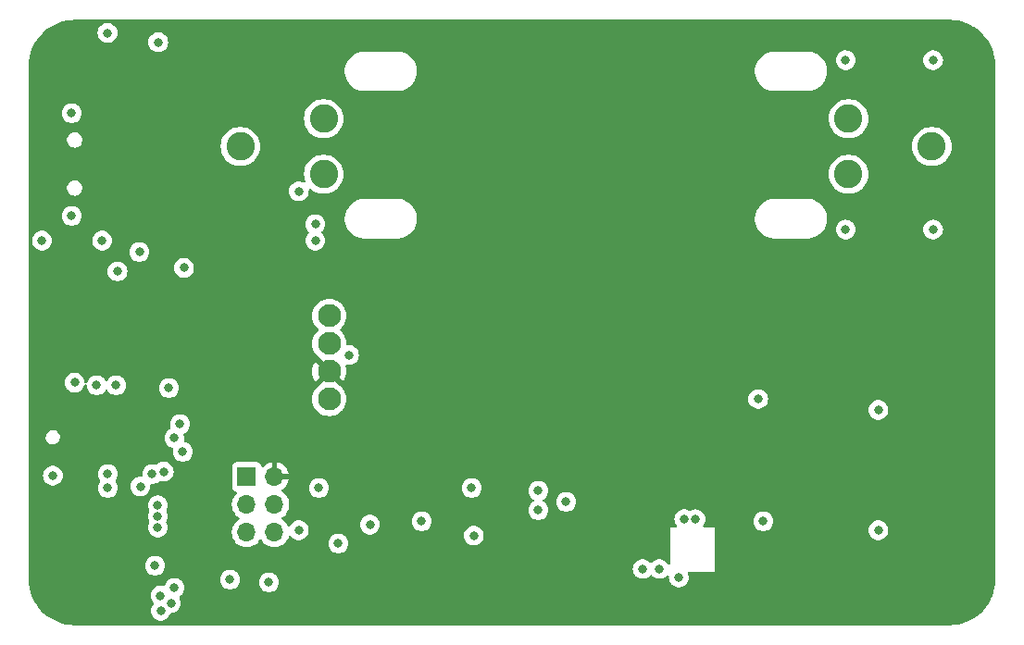
<source format=gbr>
%TF.GenerationSoftware,KiCad,Pcbnew,7.0.7*%
%TF.CreationDate,2023-09-10T20:13:10+02:00*%
%TF.ProjectId,Riddle_PCB,52696464-6c65-45f5-9043-422e6b696361,rev?*%
%TF.SameCoordinates,Original*%
%TF.FileFunction,Copper,L2,Inr*%
%TF.FilePolarity,Positive*%
%FSLAX46Y46*%
G04 Gerber Fmt 4.6, Leading zero omitted, Abs format (unit mm)*
G04 Created by KiCad (PCBNEW 7.0.7) date 2023-09-10 20:13:10*
%MOMM*%
%LPD*%
G01*
G04 APERTURE LIST*
%TA.AperFunction,ComponentPad*%
%ADD10C,2.590800*%
%TD*%
%TA.AperFunction,ComponentPad*%
%ADD11C,2.100000*%
%TD*%
%TA.AperFunction,ComponentPad*%
%ADD12R,1.700000X1.700000*%
%TD*%
%TA.AperFunction,ComponentPad*%
%ADD13O,1.700000X1.700000*%
%TD*%
%TA.AperFunction,ViaPad*%
%ADD14C,0.800000*%
%TD*%
G04 APERTURE END LIST*
D10*
%TO.N,/Powersupply/Bat_pos*%
%TO.C,POS*%
X132766000Y-74930000D03*
X132766000Y-69850000D03*
X125146000Y-72390000D03*
%TD*%
%TO.N,GND*%
%TO.C,NEG*%
X180766000Y-69850000D03*
X180766000Y-74930000D03*
X188386000Y-72390000D03*
%TD*%
D11*
%TO.N,/SDA*%
%TO.C,DISPLAY*%
X133280000Y-87884000D03*
%TO.N,/SCL*%
X133280000Y-90424000D03*
%TO.N,/3V3*%
X133280000Y-92964000D03*
%TO.N,GND*%
X133280000Y-95504000D03*
%TD*%
D12*
%TO.N,/Microcontroller/MISO*%
%TO.C,PRG*%
X125730000Y-102616000D03*
D13*
%TO.N,/3V3*%
X128270000Y-102616000D03*
%TO.N,/Microcontroller/SCK*%
X125730000Y-105156000D03*
%TO.N,/Microcontroller/MOSI*%
X128270000Y-105156000D03*
%TO.N,/Microcontroller/RESET*%
X125730000Y-107696000D03*
%TO.N,GND*%
X128270000Y-107696000D03*
%TD*%
D14*
%TO.N,GND*%
X117637662Y-62849500D03*
X113000000Y-62000000D03*
X130500000Y-76500000D03*
X132000000Y-79500000D03*
X132000000Y-81000000D03*
X146500000Y-108000000D03*
X137000000Y-107000000D03*
X130500000Y-107500000D03*
X108000000Y-102500000D03*
X107000000Y-81000000D03*
X112500000Y-81000000D03*
X120000000Y-83500000D03*
X188500000Y-64500000D03*
X180500000Y-64500000D03*
X188500000Y-80000000D03*
X180500000Y-80000000D03*
X183500000Y-96500000D03*
X183500000Y-107500000D03*
X172500000Y-95500000D03*
%TO.N,/Microcontroller/MISO*%
X117602000Y-107250500D03*
%TO.N,/Microcontroller/SCK*%
X117602000Y-105228500D03*
%TO.N,/Microcontroller/MOSI*%
X117602000Y-106228003D03*
%TO.N,GND*%
X172974000Y-106680000D03*
%TO.N,/SW4*%
X117860055Y-114881755D03*
%TO.N,/SW3*%
X118807457Y-114182255D03*
%TO.N,/SW2*%
X117856000Y-113482755D03*
%TO.N,/SW1*%
X119126000Y-112776000D03*
%TO.N,/SW4*%
X113030000Y-103632000D03*
%TO.N,/SW3*%
X113030000Y-102362000D03*
%TO.N,/SW2*%
X118142810Y-102142810D03*
%TO.N,/SW1*%
X119126000Y-99060000D03*
%TO.N,/3V3*%
X191770000Y-96266000D03*
X181102000Y-96266000D03*
X181102000Y-85000000D03*
X191770000Y-85090000D03*
%TO.N,/SDA*%
X135091973Y-91476027D03*
X124206000Y-112014000D03*
X127762000Y-112268000D03*
X146304000Y-103632000D03*
%TO.N,/SCL*%
X154940000Y-104902000D03*
%TO.N,/3V3*%
X127508000Y-110490000D03*
X122174000Y-112776000D03*
%TO.N,GND*%
X117094000Y-102362000D03*
X119634000Y-97790000D03*
X118618000Y-94488000D03*
X119888000Y-100330000D03*
%TO.N,/3V3*%
X116586000Y-83566000D03*
X152400000Y-107188000D03*
%TO.N,GND*%
X113792000Y-94234000D03*
X112014000Y-94234000D03*
%TO.N,/3V3*%
X112522000Y-112776000D03*
X122682000Y-106934000D03*
%TO.N,/Microcontroller/RESET*%
X116000000Y-103500000D03*
X110000000Y-94000000D03*
%TO.N,/3V3*%
X116078000Y-92964000D03*
%TO.N,Net-(U7-VCC)*%
X152400000Y-103886000D03*
%TO.N,GND*%
X152400000Y-105664000D03*
%TO.N,/3V3*%
X149860000Y-100584000D03*
%TO.N,GND*%
X165246000Y-111834756D03*
%TO.N,/3V3*%
X169056000Y-104442000D03*
%TO.N,Net-(U8-SDO{slash}AD0)*%
X166768584Y-106499340D03*
%TO.N,Net-(U8-REGOUT)*%
X165754000Y-106474000D03*
%TO.N,GND*%
X134112000Y-108712000D03*
X141732000Y-106680000D03*
%TO.N,/analog_temp*%
X117348000Y-110744000D03*
X132334000Y-103632000D03*
%TO.N,GND*%
X163468000Y-111046000D03*
X161944000Y-111046000D03*
%TO.N,/3V3*%
X160166000Y-107897500D03*
X143256000Y-103632000D03*
X125730000Y-83566000D03*
X126746000Y-83566000D03*
%TO.N,Net-(J4-D-)*%
X113919000Y-83820000D03*
X115915500Y-82042000D03*
%TO.N,GND*%
X109728000Y-78740000D03*
X109728000Y-69342000D03*
%TD*%
%TA.AperFunction,Conductor*%
%TO.N,/3V3*%
G36*
X190001424Y-60800566D02*
G01*
X190384618Y-60818282D01*
X190390311Y-60818808D01*
X190768824Y-60871609D01*
X190774443Y-60872659D01*
X191146465Y-60960158D01*
X191151957Y-60961721D01*
X191514326Y-61083175D01*
X191519636Y-61085232D01*
X191869269Y-61239610D01*
X191874369Y-61242149D01*
X192168852Y-61406175D01*
X192208242Y-61428115D01*
X192213113Y-61431131D01*
X192528396Y-61647105D01*
X192532969Y-61650558D01*
X192826984Y-61894705D01*
X192831218Y-61898565D01*
X193101434Y-62168781D01*
X193105294Y-62173015D01*
X193349441Y-62467030D01*
X193352894Y-62471603D01*
X193568868Y-62786886D01*
X193571884Y-62791757D01*
X193757844Y-63125619D01*
X193760393Y-63130739D01*
X193914762Y-63480352D01*
X193916826Y-63485679D01*
X194038276Y-63848035D01*
X194039844Y-63853546D01*
X194127338Y-64225548D01*
X194128391Y-64231180D01*
X194181189Y-64609675D01*
X194181717Y-64615380D01*
X194199434Y-64998575D01*
X194199500Y-65001439D01*
X194199500Y-111998560D01*
X194199434Y-112001424D01*
X194181717Y-112384619D01*
X194181189Y-112390324D01*
X194128391Y-112768819D01*
X194127338Y-112774451D01*
X194039844Y-113146453D01*
X194038276Y-113151964D01*
X193916826Y-113514320D01*
X193914759Y-113519655D01*
X193784804Y-113813977D01*
X193760398Y-113869251D01*
X193757844Y-113874380D01*
X193571884Y-114208242D01*
X193568868Y-114213113D01*
X193352894Y-114528396D01*
X193349441Y-114532969D01*
X193105294Y-114826984D01*
X193101434Y-114831218D01*
X192831218Y-115101434D01*
X192826984Y-115105294D01*
X192532969Y-115349441D01*
X192528396Y-115352894D01*
X192213113Y-115568868D01*
X192208242Y-115571884D01*
X191874380Y-115757844D01*
X191869252Y-115760397D01*
X191519655Y-115914759D01*
X191514320Y-115916826D01*
X191151964Y-116038276D01*
X191146453Y-116039844D01*
X190774451Y-116127338D01*
X190768819Y-116128391D01*
X190390324Y-116181189D01*
X190384619Y-116181717D01*
X190001424Y-116199434D01*
X189998560Y-116199500D01*
X110001440Y-116199500D01*
X109998576Y-116199434D01*
X109615380Y-116181717D01*
X109609675Y-116181189D01*
X109231180Y-116128391D01*
X109225548Y-116127338D01*
X108853546Y-116039844D01*
X108848035Y-116038276D01*
X108485679Y-115916826D01*
X108480352Y-115914762D01*
X108130739Y-115760393D01*
X108125619Y-115757844D01*
X107791757Y-115571884D01*
X107786886Y-115568868D01*
X107471603Y-115352894D01*
X107467030Y-115349441D01*
X107173015Y-115105294D01*
X107168781Y-115101434D01*
X106898565Y-114831218D01*
X106894705Y-114826984D01*
X106650558Y-114532969D01*
X106647105Y-114528396D01*
X106431131Y-114213113D01*
X106428115Y-114208242D01*
X106317250Y-114009201D01*
X106242149Y-113874369D01*
X106239610Y-113869269D01*
X106085232Y-113519636D01*
X106083173Y-113514320D01*
X106072593Y-113482755D01*
X116950540Y-113482755D01*
X116970326Y-113671011D01*
X116970327Y-113671014D01*
X117028818Y-113851032D01*
X117028821Y-113851039D01*
X117123467Y-114014971D01*
X117201409Y-114101534D01*
X117231639Y-114164525D01*
X117223014Y-114233860D01*
X117201410Y-114267478D01*
X117127519Y-114349542D01*
X117032876Y-114513470D01*
X117032873Y-114513477D01*
X116974382Y-114693495D01*
X116974381Y-114693499D01*
X116954595Y-114881755D01*
X116974381Y-115070011D01*
X116974382Y-115070014D01*
X117032873Y-115250032D01*
X117032876Y-115250039D01*
X117127522Y-115413971D01*
X117254184Y-115554642D01*
X117254184Y-115554643D01*
X117407320Y-115665903D01*
X117407325Y-115665906D01*
X117580247Y-115742897D01*
X117580252Y-115742899D01*
X117765409Y-115782255D01*
X117765410Y-115782255D01*
X117954699Y-115782255D01*
X117954701Y-115782255D01*
X118139858Y-115742899D01*
X118312785Y-115665906D01*
X118465926Y-115554643D01*
X118592588Y-115413971D01*
X118687234Y-115250039D01*
X118713748Y-115168436D01*
X118753185Y-115110762D01*
X118817544Y-115083563D01*
X118831679Y-115082755D01*
X118902101Y-115082755D01*
X118902103Y-115082755D01*
X119087260Y-115043399D01*
X119260187Y-114966406D01*
X119413328Y-114855143D01*
X119539990Y-114714471D01*
X119634636Y-114550539D01*
X119693131Y-114370511D01*
X119712917Y-114182255D01*
X119693131Y-113993999D01*
X119634636Y-113813971D01*
X119570701Y-113703233D01*
X119554229Y-113635334D01*
X119577082Y-113569307D01*
X119605198Y-113540920D01*
X119731871Y-113448888D01*
X119858533Y-113308216D01*
X119953179Y-113144284D01*
X120011674Y-112964256D01*
X120031460Y-112776000D01*
X120011674Y-112587744D01*
X119953179Y-112407716D01*
X119858533Y-112243784D01*
X119731871Y-112103112D01*
X119699708Y-112079744D01*
X119609219Y-112014000D01*
X123300540Y-112014000D01*
X123320326Y-112202256D01*
X123320327Y-112202259D01*
X123378818Y-112382277D01*
X123378821Y-112382284D01*
X123473467Y-112546216D01*
X123596000Y-112682302D01*
X123600129Y-112686888D01*
X123753265Y-112798148D01*
X123753270Y-112798151D01*
X123926192Y-112875142D01*
X123926197Y-112875144D01*
X124111354Y-112914500D01*
X124111355Y-112914500D01*
X124300644Y-112914500D01*
X124300646Y-112914500D01*
X124485803Y-112875144D01*
X124658730Y-112798151D01*
X124811871Y-112686888D01*
X124938533Y-112546216D01*
X125033179Y-112382284D01*
X125070312Y-112268000D01*
X126856540Y-112268000D01*
X126876326Y-112456256D01*
X126876327Y-112456259D01*
X126934818Y-112636277D01*
X126934821Y-112636284D01*
X127029467Y-112800216D01*
X127096931Y-112875142D01*
X127156129Y-112940888D01*
X127309265Y-113052148D01*
X127309270Y-113052151D01*
X127482192Y-113129142D01*
X127482197Y-113129144D01*
X127667354Y-113168500D01*
X127667355Y-113168500D01*
X127856644Y-113168500D01*
X127856646Y-113168500D01*
X128041803Y-113129144D01*
X128214730Y-113052151D01*
X128367871Y-112940888D01*
X128494533Y-112800216D01*
X128589179Y-112636284D01*
X128647674Y-112456256D01*
X128667460Y-112268000D01*
X128647674Y-112079744D01*
X128589179Y-111899716D01*
X128494533Y-111735784D01*
X128367871Y-111595112D01*
X128344613Y-111578214D01*
X128214734Y-111483851D01*
X128214729Y-111483848D01*
X128041807Y-111406857D01*
X128041802Y-111406855D01*
X127896000Y-111375865D01*
X127856646Y-111367500D01*
X127667354Y-111367500D01*
X127634897Y-111374398D01*
X127482197Y-111406855D01*
X127482192Y-111406857D01*
X127309270Y-111483848D01*
X127309265Y-111483851D01*
X127156129Y-111595111D01*
X127029466Y-111735785D01*
X126934821Y-111899715D01*
X126934818Y-111899722D01*
X126894759Y-112023012D01*
X126876326Y-112079744D01*
X126856540Y-112268000D01*
X125070312Y-112268000D01*
X125091674Y-112202256D01*
X125111460Y-112014000D01*
X125091674Y-111825744D01*
X125033179Y-111645716D01*
X124938533Y-111481784D01*
X124811871Y-111341112D01*
X124800216Y-111332644D01*
X124658734Y-111229851D01*
X124658729Y-111229848D01*
X124485807Y-111152857D01*
X124485802Y-111152855D01*
X124340000Y-111121865D01*
X124300646Y-111113500D01*
X124111354Y-111113500D01*
X124078897Y-111120398D01*
X123926197Y-111152855D01*
X123926192Y-111152857D01*
X123753270Y-111229848D01*
X123753265Y-111229851D01*
X123600129Y-111341111D01*
X123473466Y-111481785D01*
X123378821Y-111645715D01*
X123378818Y-111645722D01*
X123345648Y-111747810D01*
X123320326Y-111825744D01*
X123300540Y-112014000D01*
X119609219Y-112014000D01*
X119578734Y-111991851D01*
X119578729Y-111991848D01*
X119405807Y-111914857D01*
X119405802Y-111914855D01*
X119260000Y-111883865D01*
X119220646Y-111875500D01*
X119031354Y-111875500D01*
X118998897Y-111882398D01*
X118846197Y-111914855D01*
X118846192Y-111914857D01*
X118673270Y-111991848D01*
X118673265Y-111991851D01*
X118520129Y-112103111D01*
X118393466Y-112243785D01*
X118298821Y-112407715D01*
X118298818Y-112407722D01*
X118257782Y-112534019D01*
X118218344Y-112591695D01*
X118153986Y-112618893D01*
X118114071Y-112616991D01*
X117950647Y-112582255D01*
X117950646Y-112582255D01*
X117761354Y-112582255D01*
X117735549Y-112587740D01*
X117576197Y-112621610D01*
X117576192Y-112621612D01*
X117403270Y-112698603D01*
X117403265Y-112698606D01*
X117250129Y-112809866D01*
X117123466Y-112950540D01*
X117028821Y-113114470D01*
X117028818Y-113114477D01*
X116970327Y-113294495D01*
X116970326Y-113294499D01*
X116950540Y-113482755D01*
X106072593Y-113482755D01*
X105961721Y-113151957D01*
X105960158Y-113146465D01*
X105872659Y-112774443D01*
X105871608Y-112768819D01*
X105861814Y-112698606D01*
X105818808Y-112390311D01*
X105818282Y-112384618D01*
X105800566Y-112001424D01*
X105800500Y-111998560D01*
X105800500Y-110744000D01*
X116442540Y-110744000D01*
X116462326Y-110932256D01*
X116462327Y-110932259D01*
X116520818Y-111112277D01*
X116520821Y-111112284D01*
X116615467Y-111276216D01*
X116673899Y-111341111D01*
X116742129Y-111416888D01*
X116895265Y-111528148D01*
X116895270Y-111528151D01*
X117068192Y-111605142D01*
X117068197Y-111605144D01*
X117253354Y-111644500D01*
X117253355Y-111644500D01*
X117442644Y-111644500D01*
X117442646Y-111644500D01*
X117627803Y-111605144D01*
X117800730Y-111528151D01*
X117953871Y-111416888D01*
X118080533Y-111276216D01*
X118175179Y-111112284D01*
X118196716Y-111046000D01*
X161038540Y-111046000D01*
X161058326Y-111234256D01*
X161058327Y-111234259D01*
X161116818Y-111414277D01*
X161116821Y-111414284D01*
X161211467Y-111578216D01*
X161274150Y-111647832D01*
X161338129Y-111718888D01*
X161491265Y-111830148D01*
X161491270Y-111830151D01*
X161664192Y-111907142D01*
X161664197Y-111907144D01*
X161849354Y-111946500D01*
X161849355Y-111946500D01*
X162038644Y-111946500D01*
X162038646Y-111946500D01*
X162223803Y-111907144D01*
X162396730Y-111830151D01*
X162549871Y-111718888D01*
X162613850Y-111647831D01*
X162673337Y-111611183D01*
X162743194Y-111612514D01*
X162798150Y-111647832D01*
X162862129Y-111718888D01*
X163015265Y-111830148D01*
X163015270Y-111830151D01*
X163188192Y-111907142D01*
X163188197Y-111907144D01*
X163373354Y-111946500D01*
X163373355Y-111946500D01*
X163562644Y-111946500D01*
X163562646Y-111946500D01*
X163747803Y-111907144D01*
X163920730Y-111830151D01*
X164073871Y-111718888D01*
X164134210Y-111651874D01*
X164193693Y-111615229D01*
X164263550Y-111616558D01*
X164321598Y-111655444D01*
X164349408Y-111719541D01*
X164349678Y-111747810D01*
X164341487Y-111825744D01*
X164340540Y-111834756D01*
X164360326Y-112023012D01*
X164360327Y-112023015D01*
X164418818Y-112203033D01*
X164418821Y-112203040D01*
X164513467Y-112366972D01*
X164550159Y-112407722D01*
X164640129Y-112507644D01*
X164793265Y-112618904D01*
X164793270Y-112618907D01*
X164966192Y-112695898D01*
X164966197Y-112695900D01*
X165151354Y-112735256D01*
X165151355Y-112735256D01*
X165340644Y-112735256D01*
X165340646Y-112735256D01*
X165525803Y-112695900D01*
X165698730Y-112618907D01*
X165851871Y-112507644D01*
X165978533Y-112366972D01*
X166073179Y-112203040D01*
X166131674Y-112023012D01*
X166151460Y-111834756D01*
X166131674Y-111646500D01*
X166093219Y-111528148D01*
X166071830Y-111462318D01*
X166069835Y-111392477D01*
X166105915Y-111332644D01*
X166168616Y-111301816D01*
X166189761Y-111300000D01*
X168548000Y-111300000D01*
X168548000Y-107236000D01*
X167595543Y-107236000D01*
X167528504Y-107216315D01*
X167482749Y-107163511D01*
X167472805Y-107094353D01*
X167498638Y-107037784D01*
X167497299Y-107036811D01*
X167501113Y-107031560D01*
X167501117Y-107031556D01*
X167595763Y-106867624D01*
X167654258Y-106687596D01*
X167655056Y-106680000D01*
X172068540Y-106680000D01*
X172088326Y-106868256D01*
X172088327Y-106868259D01*
X172146818Y-107048277D01*
X172146821Y-107048284D01*
X172241467Y-107212216D01*
X172331079Y-107311740D01*
X172368129Y-107352888D01*
X172521265Y-107464148D01*
X172521270Y-107464151D01*
X172694192Y-107541142D01*
X172694197Y-107541144D01*
X172879354Y-107580500D01*
X172879355Y-107580500D01*
X173068644Y-107580500D01*
X173068646Y-107580500D01*
X173253803Y-107541144D01*
X173346213Y-107500000D01*
X182594540Y-107500000D01*
X182614326Y-107688256D01*
X182614327Y-107688259D01*
X182672818Y-107868277D01*
X182672821Y-107868284D01*
X182767467Y-108032216D01*
X182874421Y-108151000D01*
X182894129Y-108172888D01*
X183047265Y-108284148D01*
X183047270Y-108284151D01*
X183220192Y-108361142D01*
X183220197Y-108361144D01*
X183405354Y-108400500D01*
X183405355Y-108400500D01*
X183594644Y-108400500D01*
X183594646Y-108400500D01*
X183779803Y-108361144D01*
X183952730Y-108284151D01*
X184105871Y-108172888D01*
X184232533Y-108032216D01*
X184327179Y-107868284D01*
X184385674Y-107688256D01*
X184405460Y-107500000D01*
X184385674Y-107311744D01*
X184327179Y-107131716D01*
X184232533Y-106967784D01*
X184105871Y-106827112D01*
X184105870Y-106827111D01*
X183952734Y-106715851D01*
X183952729Y-106715848D01*
X183779807Y-106638857D01*
X183779802Y-106638855D01*
X183634001Y-106607865D01*
X183594646Y-106599500D01*
X183405354Y-106599500D01*
X183372897Y-106606398D01*
X183220197Y-106638855D01*
X183220192Y-106638857D01*
X183047270Y-106715848D01*
X183047265Y-106715851D01*
X182894129Y-106827111D01*
X182767466Y-106967785D01*
X182672821Y-107131715D01*
X182672818Y-107131722D01*
X182614327Y-107311740D01*
X182614326Y-107311744D01*
X182594540Y-107500000D01*
X173346213Y-107500000D01*
X173426730Y-107464151D01*
X173579871Y-107352888D01*
X173706533Y-107212216D01*
X173801179Y-107048284D01*
X173859674Y-106868256D01*
X173879460Y-106680000D01*
X173859674Y-106491744D01*
X173801179Y-106311716D01*
X173706533Y-106147784D01*
X173579871Y-106007112D01*
X173579870Y-106007111D01*
X173426734Y-105895851D01*
X173426729Y-105895848D01*
X173253807Y-105818857D01*
X173253802Y-105818855D01*
X173108001Y-105787865D01*
X173068646Y-105779500D01*
X172879354Y-105779500D01*
X172846897Y-105786398D01*
X172694197Y-105818855D01*
X172694192Y-105818857D01*
X172521270Y-105895848D01*
X172521265Y-105895851D01*
X172368129Y-106007111D01*
X172241466Y-106147785D01*
X172146821Y-106311715D01*
X172146818Y-106311722D01*
X172094091Y-106474000D01*
X172088326Y-106491744D01*
X172068540Y-106680000D01*
X167655056Y-106680000D01*
X167674044Y-106499340D01*
X167654258Y-106311084D01*
X167595763Y-106131056D01*
X167501117Y-105967124D01*
X167374455Y-105826452D01*
X167369079Y-105822546D01*
X167221318Y-105715191D01*
X167221313Y-105715188D01*
X167048391Y-105638197D01*
X167048386Y-105638195D01*
X166902585Y-105607205D01*
X166863230Y-105598840D01*
X166673938Y-105598840D01*
X166623959Y-105609463D01*
X166488783Y-105638195D01*
X166335221Y-105706566D01*
X166265971Y-105715850D01*
X166211904Y-105693607D01*
X166206736Y-105689852D01*
X166206729Y-105689848D01*
X166033807Y-105612857D01*
X166033802Y-105612855D01*
X165888000Y-105581865D01*
X165848646Y-105573500D01*
X165659354Y-105573500D01*
X165626897Y-105580398D01*
X165474197Y-105612855D01*
X165474192Y-105612857D01*
X165301270Y-105689848D01*
X165301265Y-105689851D01*
X165148129Y-105801111D01*
X165021466Y-105941785D01*
X164926821Y-106105715D01*
X164926818Y-106105722D01*
X164887087Y-106228003D01*
X164868326Y-106285744D01*
X164848540Y-106474000D01*
X164868326Y-106662256D01*
X164868327Y-106662259D01*
X164926818Y-106842277D01*
X164926821Y-106842284D01*
X165021467Y-107006216D01*
X165040230Y-107027055D01*
X165042007Y-107029028D01*
X165072237Y-107092020D01*
X165063612Y-107161355D01*
X165018870Y-107215020D01*
X164952218Y-107235978D01*
X164949857Y-107236000D01*
X164484000Y-107236000D01*
X164484000Y-110541989D01*
X164464315Y-110609028D01*
X164411511Y-110654783D01*
X164342353Y-110664727D01*
X164278797Y-110635702D01*
X164252613Y-110603989D01*
X164230000Y-110564822D01*
X164200533Y-110513784D01*
X164073871Y-110373112D01*
X164073870Y-110373111D01*
X163920734Y-110261851D01*
X163920729Y-110261848D01*
X163747807Y-110184857D01*
X163747802Y-110184855D01*
X163602000Y-110153865D01*
X163562646Y-110145500D01*
X163373354Y-110145500D01*
X163340897Y-110152398D01*
X163188197Y-110184855D01*
X163188192Y-110184857D01*
X163015270Y-110261848D01*
X163015265Y-110261851D01*
X162862129Y-110373111D01*
X162862128Y-110373112D01*
X162798149Y-110444168D01*
X162738663Y-110480816D01*
X162668806Y-110479485D01*
X162613851Y-110444168D01*
X162549871Y-110373112D01*
X162549870Y-110373111D01*
X162396734Y-110261851D01*
X162396729Y-110261848D01*
X162223807Y-110184857D01*
X162223802Y-110184855D01*
X162078000Y-110153865D01*
X162038646Y-110145500D01*
X161849354Y-110145500D01*
X161816897Y-110152398D01*
X161664197Y-110184855D01*
X161664192Y-110184857D01*
X161491270Y-110261848D01*
X161491265Y-110261851D01*
X161338129Y-110373111D01*
X161211466Y-110513785D01*
X161116821Y-110677715D01*
X161116818Y-110677722D01*
X161058327Y-110857740D01*
X161058326Y-110857744D01*
X161038540Y-111046000D01*
X118196716Y-111046000D01*
X118233674Y-110932256D01*
X118253460Y-110744000D01*
X118233674Y-110555744D01*
X118175179Y-110375716D01*
X118080533Y-110211784D01*
X117953871Y-110071112D01*
X117953870Y-110071111D01*
X117800734Y-109959851D01*
X117800729Y-109959848D01*
X117627807Y-109882857D01*
X117627802Y-109882855D01*
X117482001Y-109851865D01*
X117442646Y-109843500D01*
X117253354Y-109843500D01*
X117220897Y-109850398D01*
X117068197Y-109882855D01*
X117068192Y-109882857D01*
X116895270Y-109959848D01*
X116895265Y-109959851D01*
X116742129Y-110071111D01*
X116615466Y-110211785D01*
X116520821Y-110375715D01*
X116520818Y-110375722D01*
X116475959Y-110513785D01*
X116462326Y-110555744D01*
X116442540Y-110744000D01*
X105800500Y-110744000D01*
X105800500Y-107250500D01*
X116696540Y-107250500D01*
X116716326Y-107438756D01*
X116716327Y-107438759D01*
X116774818Y-107618777D01*
X116774821Y-107618784D01*
X116869467Y-107782716D01*
X116996128Y-107923387D01*
X116996129Y-107923388D01*
X117149265Y-108034648D01*
X117149270Y-108034651D01*
X117322192Y-108111642D01*
X117322197Y-108111644D01*
X117507354Y-108151000D01*
X117507355Y-108151000D01*
X117696644Y-108151000D01*
X117696646Y-108151000D01*
X117881803Y-108111644D01*
X118054730Y-108034651D01*
X118207871Y-107923388D01*
X118334533Y-107782716D01*
X118384598Y-107696000D01*
X124374341Y-107696000D01*
X124394936Y-107931403D01*
X124394938Y-107931413D01*
X124456094Y-108159655D01*
X124456096Y-108159659D01*
X124456097Y-108159663D01*
X124550049Y-108361144D01*
X124555965Y-108373830D01*
X124555967Y-108373834D01*
X124660933Y-108523740D01*
X124691505Y-108567401D01*
X124858599Y-108734495D01*
X124929511Y-108784148D01*
X125052165Y-108870032D01*
X125052167Y-108870033D01*
X125052170Y-108870035D01*
X125266337Y-108969903D01*
X125494592Y-109031063D01*
X125682918Y-109047539D01*
X125729999Y-109051659D01*
X125730000Y-109051659D01*
X125730001Y-109051659D01*
X125769234Y-109048226D01*
X125965408Y-109031063D01*
X126193663Y-108969903D01*
X126407830Y-108870035D01*
X126601401Y-108734495D01*
X126768495Y-108567401D01*
X126898424Y-108381842D01*
X126953002Y-108338217D01*
X127022500Y-108331023D01*
X127084855Y-108362546D01*
X127101575Y-108381842D01*
X127231500Y-108567395D01*
X127231505Y-108567401D01*
X127398599Y-108734495D01*
X127469511Y-108784148D01*
X127592165Y-108870032D01*
X127592167Y-108870033D01*
X127592170Y-108870035D01*
X127806337Y-108969903D01*
X128034592Y-109031063D01*
X128222918Y-109047539D01*
X128269999Y-109051659D01*
X128270000Y-109051659D01*
X128270001Y-109051659D01*
X128309234Y-109048226D01*
X128505408Y-109031063D01*
X128733663Y-108969903D01*
X128947830Y-108870035D01*
X129141401Y-108734495D01*
X129163896Y-108712000D01*
X133206540Y-108712000D01*
X133226326Y-108900256D01*
X133226327Y-108900259D01*
X133284818Y-109080277D01*
X133284821Y-109080284D01*
X133379467Y-109244216D01*
X133506128Y-109384887D01*
X133506129Y-109384888D01*
X133659265Y-109496148D01*
X133659270Y-109496151D01*
X133832192Y-109573142D01*
X133832197Y-109573144D01*
X134017354Y-109612500D01*
X134017355Y-109612500D01*
X134206644Y-109612500D01*
X134206646Y-109612500D01*
X134391803Y-109573144D01*
X134564730Y-109496151D01*
X134717871Y-109384888D01*
X134844533Y-109244216D01*
X134939179Y-109080284D01*
X134997674Y-108900256D01*
X135017460Y-108712000D01*
X134997674Y-108523744D01*
X134939179Y-108343716D01*
X134844533Y-108179784D01*
X134717871Y-108039112D01*
X134711727Y-108034648D01*
X134664038Y-108000000D01*
X145594540Y-108000000D01*
X145614326Y-108188256D01*
X145614327Y-108188259D01*
X145672818Y-108368277D01*
X145672821Y-108368284D01*
X145767467Y-108532216D01*
X145799148Y-108567401D01*
X145894129Y-108672888D01*
X146047265Y-108784148D01*
X146047270Y-108784151D01*
X146220192Y-108861142D01*
X146220197Y-108861144D01*
X146405354Y-108900500D01*
X146405355Y-108900500D01*
X146594644Y-108900500D01*
X146594646Y-108900500D01*
X146779803Y-108861144D01*
X146952730Y-108784151D01*
X147105871Y-108672888D01*
X147232533Y-108532216D01*
X147327179Y-108368284D01*
X147385674Y-108188256D01*
X147405460Y-108000000D01*
X147385674Y-107811744D01*
X147327179Y-107631716D01*
X147232533Y-107467784D01*
X147105871Y-107327112D01*
X147084719Y-107311744D01*
X146952734Y-107215851D01*
X146952729Y-107215848D01*
X146779807Y-107138857D01*
X146779802Y-107138855D01*
X146634000Y-107107865D01*
X146594646Y-107099500D01*
X146405354Y-107099500D01*
X146372897Y-107106398D01*
X146220197Y-107138855D01*
X146220192Y-107138857D01*
X146047270Y-107215848D01*
X146047265Y-107215851D01*
X145894129Y-107327111D01*
X145767466Y-107467785D01*
X145672821Y-107631715D01*
X145672818Y-107631722D01*
X145614405Y-107811500D01*
X145614326Y-107811744D01*
X145594540Y-108000000D01*
X134664038Y-108000000D01*
X134564734Y-107927851D01*
X134564729Y-107927848D01*
X134391807Y-107850857D01*
X134391802Y-107850855D01*
X134246001Y-107819865D01*
X134206646Y-107811500D01*
X134017354Y-107811500D01*
X133984897Y-107818398D01*
X133832197Y-107850855D01*
X133832192Y-107850857D01*
X133659270Y-107927848D01*
X133659265Y-107927851D01*
X133506129Y-108039111D01*
X133379466Y-108179785D01*
X133284821Y-108343715D01*
X133284818Y-108343722D01*
X133226327Y-108523740D01*
X133226326Y-108523744D01*
X133206540Y-108712000D01*
X129163896Y-108712000D01*
X129308495Y-108567401D01*
X129444035Y-108373830D01*
X129543903Y-108159663D01*
X129546225Y-108151000D01*
X129562383Y-108090694D01*
X129598747Y-108031033D01*
X129661594Y-108000503D01*
X129730969Y-108008797D01*
X129774308Y-108039814D01*
X129894129Y-108172888D01*
X130047265Y-108284148D01*
X130047270Y-108284151D01*
X130220192Y-108361142D01*
X130220197Y-108361144D01*
X130405354Y-108400500D01*
X130405355Y-108400500D01*
X130594644Y-108400500D01*
X130594646Y-108400500D01*
X130779803Y-108361144D01*
X130952730Y-108284151D01*
X131105871Y-108172888D01*
X131232533Y-108032216D01*
X131327179Y-107868284D01*
X131385674Y-107688256D01*
X131405460Y-107500000D01*
X131385674Y-107311744D01*
X131327179Y-107131716D01*
X131251133Y-107000000D01*
X136094540Y-107000000D01*
X136114326Y-107188256D01*
X136114327Y-107188259D01*
X136172818Y-107368277D01*
X136172821Y-107368284D01*
X136267467Y-107532216D01*
X136357063Y-107631722D01*
X136394129Y-107672888D01*
X136547265Y-107784148D01*
X136547270Y-107784151D01*
X136720192Y-107861142D01*
X136720197Y-107861144D01*
X136905354Y-107900500D01*
X136905355Y-107900500D01*
X137094644Y-107900500D01*
X137094646Y-107900500D01*
X137279803Y-107861144D01*
X137452730Y-107784151D01*
X137605871Y-107672888D01*
X137732533Y-107532216D01*
X137827179Y-107368284D01*
X137885674Y-107188256D01*
X137905460Y-107000000D01*
X137885674Y-106811744D01*
X137842868Y-106680000D01*
X140826540Y-106680000D01*
X140846326Y-106868256D01*
X140846327Y-106868259D01*
X140904818Y-107048277D01*
X140904821Y-107048284D01*
X140999467Y-107212216D01*
X141089079Y-107311740D01*
X141126129Y-107352888D01*
X141279265Y-107464148D01*
X141279270Y-107464151D01*
X141452192Y-107541142D01*
X141452197Y-107541144D01*
X141637354Y-107580500D01*
X141637355Y-107580500D01*
X141826644Y-107580500D01*
X141826646Y-107580500D01*
X142011803Y-107541144D01*
X142184730Y-107464151D01*
X142337871Y-107352888D01*
X142464533Y-107212216D01*
X142559179Y-107048284D01*
X142617674Y-106868256D01*
X142637460Y-106680000D01*
X142617674Y-106491744D01*
X142559179Y-106311716D01*
X142464533Y-106147784D01*
X142337871Y-106007112D01*
X142337870Y-106007111D01*
X142184734Y-105895851D01*
X142184729Y-105895848D01*
X142011807Y-105818857D01*
X142011802Y-105818855D01*
X141866001Y-105787865D01*
X141826646Y-105779500D01*
X141637354Y-105779500D01*
X141604897Y-105786398D01*
X141452197Y-105818855D01*
X141452192Y-105818857D01*
X141279270Y-105895848D01*
X141279265Y-105895851D01*
X141126129Y-106007111D01*
X140999466Y-106147785D01*
X140904821Y-106311715D01*
X140904818Y-106311722D01*
X140852091Y-106474000D01*
X140846326Y-106491744D01*
X140826540Y-106680000D01*
X137842868Y-106680000D01*
X137827179Y-106631716D01*
X137732533Y-106467784D01*
X137605871Y-106327112D01*
X137602173Y-106324425D01*
X137452734Y-106215851D01*
X137452729Y-106215848D01*
X137279807Y-106138857D01*
X137279802Y-106138855D01*
X137123890Y-106105716D01*
X137094646Y-106099500D01*
X136905354Y-106099500D01*
X136876110Y-106105716D01*
X136720197Y-106138855D01*
X136720192Y-106138857D01*
X136547270Y-106215848D01*
X136547265Y-106215851D01*
X136394129Y-106327111D01*
X136267466Y-106467785D01*
X136172821Y-106631715D01*
X136172818Y-106631722D01*
X136117736Y-106801249D01*
X136114326Y-106811744D01*
X136094540Y-107000000D01*
X131251133Y-107000000D01*
X131232533Y-106967784D01*
X131105871Y-106827112D01*
X131105870Y-106827111D01*
X130952734Y-106715851D01*
X130952729Y-106715848D01*
X130779807Y-106638857D01*
X130779802Y-106638855D01*
X130634000Y-106607865D01*
X130594646Y-106599500D01*
X130405354Y-106599500D01*
X130372897Y-106606398D01*
X130220197Y-106638855D01*
X130220192Y-106638857D01*
X130047270Y-106715848D01*
X130047265Y-106715851D01*
X129894129Y-106827111D01*
X129767466Y-106967785D01*
X129694648Y-107093910D01*
X129644081Y-107142126D01*
X129575474Y-107155349D01*
X129510609Y-107129381D01*
X129474879Y-107084315D01*
X129444035Y-107018171D01*
X129444034Y-107018169D01*
X129308494Y-106824597D01*
X129141402Y-106657506D01*
X129141396Y-106657501D01*
X128955842Y-106527575D01*
X128912217Y-106472998D01*
X128905023Y-106403500D01*
X128936546Y-106341145D01*
X128955842Y-106324425D01*
X129011090Y-106285740D01*
X129141401Y-106194495D01*
X129308495Y-106027401D01*
X129444035Y-105833830D01*
X129523228Y-105664000D01*
X151494540Y-105664000D01*
X151514326Y-105852256D01*
X151514327Y-105852259D01*
X151572818Y-106032277D01*
X151572821Y-106032284D01*
X151667467Y-106196216D01*
X151782907Y-106324425D01*
X151794129Y-106336888D01*
X151947265Y-106448148D01*
X151947270Y-106448151D01*
X152120192Y-106525142D01*
X152120197Y-106525144D01*
X152305354Y-106564500D01*
X152305355Y-106564500D01*
X152494644Y-106564500D01*
X152494646Y-106564500D01*
X152679803Y-106525144D01*
X152852730Y-106448151D01*
X153005871Y-106336888D01*
X153132533Y-106196216D01*
X153227179Y-106032284D01*
X153285674Y-105852256D01*
X153305460Y-105664000D01*
X153285674Y-105475744D01*
X153227179Y-105295716D01*
X153132533Y-105131784D01*
X153005871Y-104991112D01*
X152908814Y-104920596D01*
X152883219Y-104902000D01*
X154034540Y-104902000D01*
X154054326Y-105090256D01*
X154054327Y-105090259D01*
X154112818Y-105270277D01*
X154112821Y-105270284D01*
X154207467Y-105434216D01*
X154332879Y-105573500D01*
X154334129Y-105574888D01*
X154487265Y-105686148D01*
X154487270Y-105686151D01*
X154660192Y-105763142D01*
X154660197Y-105763144D01*
X154845354Y-105802500D01*
X154845355Y-105802500D01*
X155034644Y-105802500D01*
X155034646Y-105802500D01*
X155219803Y-105763144D01*
X155392730Y-105686151D01*
X155545871Y-105574888D01*
X155672533Y-105434216D01*
X155767179Y-105270284D01*
X155825674Y-105090256D01*
X155845460Y-104902000D01*
X155825674Y-104713744D01*
X155767179Y-104533716D01*
X155672533Y-104369784D01*
X155545871Y-104229112D01*
X155545870Y-104229111D01*
X155392734Y-104117851D01*
X155392729Y-104117848D01*
X155219807Y-104040857D01*
X155219802Y-104040855D01*
X155074000Y-104009865D01*
X155034646Y-104001500D01*
X154845354Y-104001500D01*
X154812897Y-104008398D01*
X154660197Y-104040855D01*
X154660192Y-104040857D01*
X154487270Y-104117848D01*
X154487265Y-104117851D01*
X154334129Y-104229111D01*
X154207466Y-104369785D01*
X154112821Y-104533715D01*
X154112818Y-104533722D01*
X154054327Y-104713740D01*
X154054326Y-104713744D01*
X154034540Y-104902000D01*
X152883219Y-104902000D01*
X152847473Y-104876029D01*
X152849028Y-104873888D01*
X152808921Y-104831840D01*
X152795685Y-104763235D01*
X152821642Y-104698366D01*
X152848370Y-104675205D01*
X152847473Y-104673971D01*
X152917879Y-104622817D01*
X153005871Y-104558888D01*
X153132533Y-104418216D01*
X153227179Y-104254284D01*
X153285674Y-104074256D01*
X153305460Y-103886000D01*
X153285674Y-103697744D01*
X153227179Y-103517716D01*
X153132533Y-103353784D01*
X153005871Y-103213112D01*
X153005870Y-103213111D01*
X152852734Y-103101851D01*
X152852729Y-103101848D01*
X152679807Y-103024857D01*
X152679802Y-103024855D01*
X152521754Y-102991262D01*
X152494646Y-102985500D01*
X152305354Y-102985500D01*
X152278246Y-102991262D01*
X152120197Y-103024855D01*
X152120192Y-103024857D01*
X151947270Y-103101848D01*
X151947265Y-103101851D01*
X151794129Y-103213111D01*
X151667466Y-103353785D01*
X151572821Y-103517715D01*
X151572818Y-103517722D01*
X151528505Y-103654105D01*
X151514326Y-103697744D01*
X151494540Y-103886000D01*
X151514326Y-104074256D01*
X151514327Y-104074259D01*
X151572818Y-104254277D01*
X151572821Y-104254284D01*
X151667467Y-104418216D01*
X151791178Y-104555611D01*
X151794129Y-104558888D01*
X151952527Y-104673971D01*
X151950976Y-104676105D01*
X151991098Y-104718199D01*
X152004309Y-104786808D01*
X151978330Y-104851668D01*
X151951634Y-104874800D01*
X151952527Y-104876029D01*
X151794129Y-104991111D01*
X151667466Y-105131785D01*
X151572821Y-105295715D01*
X151572818Y-105295722D01*
X151527820Y-105434214D01*
X151514326Y-105475744D01*
X151494540Y-105664000D01*
X129523228Y-105664000D01*
X129543903Y-105619663D01*
X129605063Y-105391408D01*
X129625659Y-105156000D01*
X129605063Y-104920592D01*
X129549638Y-104713740D01*
X129543905Y-104692344D01*
X129543904Y-104692343D01*
X129543903Y-104692337D01*
X129444035Y-104478171D01*
X129438425Y-104470158D01*
X129308494Y-104284597D01*
X129141402Y-104117506D01*
X129141401Y-104117505D01*
X128955405Y-103987269D01*
X128911781Y-103932692D01*
X128904588Y-103863193D01*
X128936110Y-103800839D01*
X128955405Y-103784119D01*
X129141082Y-103654105D01*
X129163187Y-103632000D01*
X131428540Y-103632000D01*
X131448326Y-103820256D01*
X131448327Y-103820259D01*
X131506818Y-104000277D01*
X131506821Y-104000284D01*
X131601467Y-104164216D01*
X131659899Y-104229111D01*
X131728129Y-104304888D01*
X131881265Y-104416148D01*
X131881270Y-104416151D01*
X132054192Y-104493142D01*
X132054197Y-104493144D01*
X132239354Y-104532500D01*
X132239355Y-104532500D01*
X132428644Y-104532500D01*
X132428646Y-104532500D01*
X132613803Y-104493144D01*
X132786730Y-104416151D01*
X132939871Y-104304888D01*
X133066533Y-104164216D01*
X133161179Y-104000284D01*
X133219674Y-103820256D01*
X133239460Y-103632000D01*
X145398540Y-103632000D01*
X145418326Y-103820256D01*
X145418327Y-103820259D01*
X145476818Y-104000277D01*
X145476821Y-104000284D01*
X145571467Y-104164216D01*
X145629899Y-104229111D01*
X145698129Y-104304888D01*
X145851265Y-104416148D01*
X145851270Y-104416151D01*
X146024192Y-104493142D01*
X146024197Y-104493144D01*
X146209354Y-104532500D01*
X146209355Y-104532500D01*
X146398644Y-104532500D01*
X146398646Y-104532500D01*
X146583803Y-104493144D01*
X146756730Y-104416151D01*
X146909871Y-104304888D01*
X147036533Y-104164216D01*
X147131179Y-104000284D01*
X147189674Y-103820256D01*
X147209460Y-103632000D01*
X147189674Y-103443744D01*
X147131179Y-103263716D01*
X147036533Y-103099784D01*
X146909871Y-102959112D01*
X146909870Y-102959111D01*
X146756734Y-102847851D01*
X146756729Y-102847848D01*
X146583807Y-102770857D01*
X146583802Y-102770855D01*
X146438001Y-102739865D01*
X146398646Y-102731500D01*
X146209354Y-102731500D01*
X146176897Y-102738398D01*
X146024197Y-102770855D01*
X146024192Y-102770857D01*
X145851270Y-102847848D01*
X145851265Y-102847851D01*
X145698129Y-102959111D01*
X145571466Y-103099785D01*
X145476821Y-103263715D01*
X145476818Y-103263722D01*
X145418327Y-103443740D01*
X145418326Y-103443744D01*
X145398540Y-103632000D01*
X133239460Y-103632000D01*
X133219674Y-103443744D01*
X133161179Y-103263716D01*
X133066533Y-103099784D01*
X132939871Y-102959112D01*
X132939870Y-102959111D01*
X132786734Y-102847851D01*
X132786729Y-102847848D01*
X132613807Y-102770857D01*
X132613802Y-102770855D01*
X132468001Y-102739865D01*
X132428646Y-102731500D01*
X132239354Y-102731500D01*
X132206897Y-102738398D01*
X132054197Y-102770855D01*
X132054192Y-102770857D01*
X131881270Y-102847848D01*
X131881265Y-102847851D01*
X131728129Y-102959111D01*
X131601466Y-103099785D01*
X131506821Y-103263715D01*
X131506818Y-103263722D01*
X131448327Y-103443740D01*
X131448326Y-103443744D01*
X131428540Y-103632000D01*
X129163187Y-103632000D01*
X129308105Y-103487082D01*
X129443600Y-103293578D01*
X129543429Y-103079492D01*
X129543432Y-103079486D01*
X129600636Y-102866000D01*
X128883347Y-102866000D01*
X128816308Y-102846315D01*
X128770553Y-102793511D01*
X128760609Y-102724353D01*
X128764369Y-102707067D01*
X128770000Y-102687888D01*
X128770000Y-102544111D01*
X128764369Y-102524933D01*
X128764370Y-102455064D01*
X128802145Y-102396286D01*
X128865701Y-102367262D01*
X128883347Y-102366000D01*
X129600636Y-102366000D01*
X129600635Y-102365999D01*
X129543432Y-102152513D01*
X129543429Y-102152507D01*
X129443600Y-101938422D01*
X129443599Y-101938420D01*
X129308113Y-101744926D01*
X129308108Y-101744920D01*
X129141082Y-101577894D01*
X128947578Y-101442399D01*
X128733492Y-101342570D01*
X128733486Y-101342567D01*
X128520000Y-101285364D01*
X128520000Y-102003698D01*
X128500315Y-102070737D01*
X128447511Y-102116492D01*
X128378355Y-102126436D01*
X128305766Y-102116000D01*
X128305763Y-102116000D01*
X128234237Y-102116000D01*
X128161646Y-102126437D01*
X128092487Y-102116493D01*
X128039683Y-102070738D01*
X128019999Y-102003699D01*
X128019999Y-101285364D01*
X128019998Y-101285364D01*
X127806505Y-101342570D01*
X127592422Y-101442399D01*
X127592420Y-101442400D01*
X127398926Y-101577886D01*
X127276865Y-101699947D01*
X127215542Y-101733431D01*
X127145850Y-101728447D01*
X127089917Y-101686575D01*
X127073002Y-101655598D01*
X127066757Y-101638855D01*
X127044003Y-101577848D01*
X127023797Y-101523671D01*
X127023793Y-101523664D01*
X126937547Y-101408455D01*
X126937544Y-101408452D01*
X126822335Y-101322206D01*
X126822328Y-101322202D01*
X126687482Y-101271908D01*
X126687483Y-101271908D01*
X126627883Y-101265501D01*
X126627881Y-101265500D01*
X126627873Y-101265500D01*
X126627864Y-101265500D01*
X124832129Y-101265500D01*
X124832123Y-101265501D01*
X124772516Y-101271908D01*
X124637671Y-101322202D01*
X124637664Y-101322206D01*
X124522455Y-101408452D01*
X124522452Y-101408455D01*
X124436206Y-101523664D01*
X124436202Y-101523671D01*
X124385908Y-101658517D01*
X124379501Y-101718116D01*
X124379500Y-101718135D01*
X124379500Y-103513870D01*
X124379501Y-103513876D01*
X124385908Y-103573483D01*
X124436202Y-103708328D01*
X124436206Y-103708335D01*
X124522452Y-103823544D01*
X124522455Y-103823547D01*
X124637664Y-103909793D01*
X124637671Y-103909797D01*
X124769081Y-103958810D01*
X124825015Y-104000681D01*
X124849432Y-104066145D01*
X124834580Y-104134418D01*
X124813430Y-104162673D01*
X124691503Y-104284600D01*
X124555965Y-104478169D01*
X124555964Y-104478171D01*
X124456098Y-104692335D01*
X124456094Y-104692344D01*
X124394938Y-104920586D01*
X124394936Y-104920596D01*
X124374341Y-105155999D01*
X124374341Y-105156000D01*
X124394936Y-105391403D01*
X124394938Y-105391413D01*
X124456094Y-105619655D01*
X124456096Y-105619659D01*
X124456097Y-105619663D01*
X124548983Y-105818857D01*
X124555965Y-105833830D01*
X124555967Y-105833834D01*
X124649299Y-105967125D01*
X124691501Y-106027396D01*
X124691506Y-106027402D01*
X124858597Y-106194493D01*
X124858603Y-106194498D01*
X125044158Y-106324425D01*
X125087783Y-106379002D01*
X125094977Y-106448500D01*
X125063454Y-106510855D01*
X125044158Y-106527575D01*
X124858597Y-106657505D01*
X124691505Y-106824597D01*
X124555965Y-107018169D01*
X124555964Y-107018171D01*
X124456098Y-107232335D01*
X124456094Y-107232344D01*
X124394938Y-107460586D01*
X124394936Y-107460596D01*
X124374341Y-107695999D01*
X124374341Y-107696000D01*
X118384598Y-107696000D01*
X118429179Y-107618784D01*
X118487674Y-107438756D01*
X118507460Y-107250500D01*
X118487674Y-107062244D01*
X118429179Y-106882216D01*
X118382432Y-106801248D01*
X118365960Y-106733351D01*
X118382431Y-106677255D01*
X118429179Y-106596287D01*
X118487674Y-106416259D01*
X118507460Y-106228003D01*
X118487674Y-106039747D01*
X118429179Y-105859719D01*
X118389070Y-105790248D01*
X118372598Y-105722351D01*
X118389069Y-105666255D01*
X118429179Y-105596784D01*
X118487674Y-105416756D01*
X118507460Y-105228500D01*
X118487674Y-105040244D01*
X118429179Y-104860216D01*
X118334533Y-104696284D01*
X118207871Y-104555612D01*
X118177734Y-104533716D01*
X118054734Y-104444351D01*
X118054729Y-104444348D01*
X117881807Y-104367357D01*
X117881802Y-104367355D01*
X117736000Y-104336365D01*
X117696646Y-104328000D01*
X117507354Y-104328000D01*
X117474897Y-104334898D01*
X117322197Y-104367355D01*
X117322192Y-104367357D01*
X117149270Y-104444348D01*
X117149265Y-104444351D01*
X116996129Y-104555611D01*
X116869466Y-104696285D01*
X116774821Y-104860215D01*
X116774818Y-104860222D01*
X116732290Y-104991111D01*
X116716326Y-105040244D01*
X116696540Y-105228500D01*
X116716326Y-105416756D01*
X116716327Y-105416759D01*
X116774821Y-105596785D01*
X116814927Y-105666251D01*
X116831400Y-105734151D01*
X116814928Y-105790250D01*
X116774820Y-105859719D01*
X116720339Y-106027395D01*
X116716326Y-106039747D01*
X116696540Y-106228003D01*
X116716326Y-106416259D01*
X116716327Y-106416262D01*
X116774818Y-106596280D01*
X116774821Y-106596287D01*
X116821565Y-106677250D01*
X116838038Y-106745151D01*
X116821566Y-106801249D01*
X116774820Y-106882216D01*
X116716327Y-107062240D01*
X116716326Y-107062244D01*
X116696540Y-107250500D01*
X105800500Y-107250500D01*
X105800500Y-103632000D01*
X112124540Y-103632000D01*
X112144326Y-103820256D01*
X112144327Y-103820259D01*
X112202818Y-104000277D01*
X112202821Y-104000284D01*
X112297467Y-104164216D01*
X112355899Y-104229111D01*
X112424129Y-104304888D01*
X112577265Y-104416148D01*
X112577270Y-104416151D01*
X112750192Y-104493142D01*
X112750197Y-104493144D01*
X112935354Y-104532500D01*
X112935355Y-104532500D01*
X113124644Y-104532500D01*
X113124646Y-104532500D01*
X113309803Y-104493144D01*
X113482730Y-104416151D01*
X113635871Y-104304888D01*
X113762533Y-104164216D01*
X113857179Y-104000284D01*
X113915674Y-103820256D01*
X113935460Y-103632000D01*
X113921587Y-103500000D01*
X115094540Y-103500000D01*
X115114326Y-103688256D01*
X115114327Y-103688259D01*
X115172818Y-103868277D01*
X115172821Y-103868284D01*
X115267467Y-104032216D01*
X115384931Y-104162673D01*
X115394129Y-104172888D01*
X115547265Y-104284148D01*
X115547270Y-104284151D01*
X115720192Y-104361142D01*
X115720197Y-104361144D01*
X115905354Y-104400500D01*
X115905355Y-104400500D01*
X116094644Y-104400500D01*
X116094646Y-104400500D01*
X116279803Y-104361144D01*
X116452730Y-104284151D01*
X116605871Y-104172888D01*
X116732533Y-104032216D01*
X116827179Y-103868284D01*
X116885674Y-103688256D01*
X116905460Y-103500000D01*
X116894893Y-103399460D01*
X116907463Y-103330731D01*
X116955195Y-103279708D01*
X117018214Y-103262500D01*
X117188644Y-103262500D01*
X117188646Y-103262500D01*
X117373803Y-103223144D01*
X117546730Y-103146151D01*
X117699871Y-103034888D01*
X117706152Y-103027911D01*
X117765635Y-102991262D01*
X117835492Y-102992589D01*
X117848742Y-102997603D01*
X117855990Y-103000830D01*
X117863007Y-103003954D01*
X118048164Y-103043310D01*
X118048165Y-103043310D01*
X118237454Y-103043310D01*
X118237456Y-103043310D01*
X118422613Y-103003954D01*
X118595540Y-102926961D01*
X118748681Y-102815698D01*
X118875343Y-102675026D01*
X118969989Y-102511094D01*
X119028484Y-102331066D01*
X119048270Y-102142810D01*
X119028484Y-101954554D01*
X118969989Y-101774526D01*
X118875343Y-101610594D01*
X118748681Y-101469922D01*
X118748680Y-101469921D01*
X118595544Y-101358661D01*
X118595539Y-101358658D01*
X118422617Y-101281667D01*
X118422612Y-101281665D01*
X118276811Y-101250675D01*
X118237456Y-101242310D01*
X118048164Y-101242310D01*
X118015707Y-101249208D01*
X117863007Y-101281665D01*
X117863002Y-101281667D01*
X117690080Y-101358658D01*
X117690075Y-101358661D01*
X117536941Y-101469920D01*
X117536939Y-101469921D01*
X117530651Y-101476905D01*
X117471163Y-101513550D01*
X117401306Y-101512217D01*
X117388072Y-101507208D01*
X117373810Y-101500858D01*
X117373801Y-101500855D01*
X117228259Y-101469920D01*
X117188646Y-101461500D01*
X116999354Y-101461500D01*
X116966897Y-101468398D01*
X116814197Y-101500855D01*
X116814192Y-101500857D01*
X116641270Y-101577848D01*
X116641265Y-101577851D01*
X116488129Y-101689111D01*
X116361466Y-101829785D01*
X116266821Y-101993715D01*
X116266818Y-101993722D01*
X116218377Y-102142809D01*
X116208326Y-102173744D01*
X116193822Y-102311744D01*
X116188540Y-102362000D01*
X116199107Y-102462539D01*
X116186537Y-102531269D01*
X116138805Y-102582292D01*
X116075786Y-102599500D01*
X115905354Y-102599500D01*
X115872897Y-102606398D01*
X115720197Y-102638855D01*
X115720192Y-102638857D01*
X115547270Y-102715848D01*
X115547265Y-102715851D01*
X115394129Y-102827111D01*
X115267466Y-102967785D01*
X115172821Y-103131715D01*
X115172818Y-103131722D01*
X115114327Y-103311740D01*
X115114326Y-103311744D01*
X115094540Y-103500000D01*
X113921587Y-103500000D01*
X113915674Y-103443744D01*
X113857179Y-103263716D01*
X113762533Y-103099784D01*
X113744693Y-103079971D01*
X113714464Y-103016981D01*
X113723089Y-102947646D01*
X113744694Y-102914028D01*
X113762533Y-102894216D01*
X113857179Y-102730284D01*
X113915674Y-102550256D01*
X113935460Y-102362000D01*
X113915674Y-102173744D01*
X113857179Y-101993716D01*
X113762533Y-101829784D01*
X113635871Y-101689112D01*
X113635870Y-101689111D01*
X113482734Y-101577851D01*
X113482729Y-101577848D01*
X113309807Y-101500857D01*
X113309802Y-101500855D01*
X113164001Y-101469865D01*
X113124646Y-101461500D01*
X112935354Y-101461500D01*
X112902897Y-101468398D01*
X112750197Y-101500855D01*
X112750192Y-101500857D01*
X112577270Y-101577848D01*
X112577265Y-101577851D01*
X112424129Y-101689111D01*
X112297466Y-101829785D01*
X112202821Y-101993715D01*
X112202818Y-101993722D01*
X112154377Y-102142809D01*
X112144326Y-102173744D01*
X112124540Y-102362000D01*
X112144326Y-102550256D01*
X112144327Y-102550259D01*
X112202818Y-102730277D01*
X112202821Y-102730284D01*
X112297467Y-102894216D01*
X112307806Y-102905699D01*
X112315307Y-102914030D01*
X112345535Y-102977022D01*
X112336909Y-103046357D01*
X112315307Y-103079970D01*
X112297466Y-103099785D01*
X112202821Y-103263715D01*
X112202818Y-103263722D01*
X112144327Y-103443740D01*
X112144326Y-103443744D01*
X112124540Y-103632000D01*
X105800500Y-103632000D01*
X105800500Y-102500000D01*
X107094540Y-102500000D01*
X107114326Y-102688256D01*
X107114327Y-102688259D01*
X107172818Y-102868277D01*
X107172821Y-102868284D01*
X107267467Y-103032216D01*
X107357063Y-103131722D01*
X107394129Y-103172888D01*
X107547265Y-103284148D01*
X107547270Y-103284151D01*
X107720192Y-103361142D01*
X107720197Y-103361144D01*
X107905354Y-103400500D01*
X107905355Y-103400500D01*
X108094644Y-103400500D01*
X108094646Y-103400500D01*
X108279803Y-103361144D01*
X108452730Y-103284151D01*
X108605871Y-103172888D01*
X108732533Y-103032216D01*
X108827179Y-102868284D01*
X108885674Y-102688256D01*
X108905460Y-102500000D01*
X108885674Y-102311744D01*
X108827179Y-102131716D01*
X108732533Y-101967784D01*
X108605871Y-101827112D01*
X108533501Y-101774532D01*
X108452734Y-101715851D01*
X108452729Y-101715848D01*
X108279807Y-101638857D01*
X108279802Y-101638855D01*
X108134001Y-101607865D01*
X108094646Y-101599500D01*
X107905354Y-101599500D01*
X107872897Y-101606398D01*
X107720197Y-101638855D01*
X107720192Y-101638857D01*
X107547270Y-101715848D01*
X107547265Y-101715851D01*
X107394129Y-101827111D01*
X107267466Y-101967785D01*
X107172821Y-102131715D01*
X107172818Y-102131722D01*
X107122950Y-102285202D01*
X107114326Y-102311744D01*
X107094540Y-102500000D01*
X105800500Y-102500000D01*
X105800500Y-98958833D01*
X107345624Y-98958833D01*
X107355944Y-99122860D01*
X107406732Y-99279171D01*
X107406734Y-99279175D01*
X107494798Y-99417940D01*
X107614603Y-99530445D01*
X107614611Y-99530451D01*
X107758628Y-99609625D01*
X107758632Y-99609627D01*
X107917823Y-99650500D01*
X107917827Y-99650500D01*
X108040923Y-99650500D01*
X108040925Y-99650500D01*
X108040930Y-99650499D01*
X108040934Y-99650499D01*
X108054174Y-99648826D01*
X108163058Y-99635071D01*
X108315871Y-99574568D01*
X108355397Y-99545851D01*
X108448835Y-99477965D01*
X108448835Y-99477963D01*
X108448837Y-99477963D01*
X108553600Y-99351326D01*
X108623579Y-99202613D01*
X108650784Y-99060000D01*
X118220540Y-99060000D01*
X118240326Y-99248256D01*
X118240327Y-99248259D01*
X118298818Y-99428277D01*
X118298821Y-99428284D01*
X118393467Y-99592216D01*
X118451899Y-99657111D01*
X118520129Y-99732888D01*
X118673265Y-99844148D01*
X118673270Y-99844151D01*
X118846191Y-99921142D01*
X118846193Y-99921142D01*
X118846197Y-99921144D01*
X118924583Y-99937805D01*
X118986061Y-99970995D01*
X119019838Y-100032158D01*
X119016730Y-100097411D01*
X119002327Y-100141739D01*
X119002327Y-100141740D01*
X119002326Y-100141744D01*
X118982540Y-100330000D01*
X119002326Y-100518256D01*
X119002327Y-100518259D01*
X119060818Y-100698277D01*
X119060821Y-100698284D01*
X119155467Y-100862216D01*
X119282128Y-101002888D01*
X119282129Y-101002888D01*
X119435265Y-101114148D01*
X119435270Y-101114151D01*
X119608192Y-101191142D01*
X119608197Y-101191144D01*
X119793354Y-101230500D01*
X119793355Y-101230500D01*
X119982644Y-101230500D01*
X119982646Y-101230500D01*
X120167803Y-101191144D01*
X120340730Y-101114151D01*
X120493871Y-101002888D01*
X120620533Y-100862216D01*
X120715179Y-100698284D01*
X120773674Y-100518256D01*
X120793460Y-100330000D01*
X120773674Y-100141744D01*
X120715179Y-99961716D01*
X120620533Y-99797784D01*
X120493871Y-99657112D01*
X120493870Y-99657111D01*
X120340734Y-99545851D01*
X120340729Y-99545848D01*
X120167807Y-99468857D01*
X120167802Y-99468855D01*
X120089419Y-99452195D01*
X120027937Y-99419003D01*
X119994161Y-99357840D01*
X119997269Y-99292586D01*
X120011674Y-99248256D01*
X120031460Y-99060000D01*
X120011674Y-98871744D01*
X119971186Y-98747138D01*
X119969192Y-98677300D01*
X120005272Y-98617467D01*
X120038678Y-98595545D01*
X120086730Y-98574151D01*
X120239871Y-98462888D01*
X120366533Y-98322216D01*
X120461179Y-98158284D01*
X120519674Y-97978256D01*
X120539460Y-97790000D01*
X120519674Y-97601744D01*
X120461179Y-97421716D01*
X120366533Y-97257784D01*
X120239871Y-97117112D01*
X120239870Y-97117111D01*
X120086734Y-97005851D01*
X120086729Y-97005848D01*
X119913807Y-96928857D01*
X119913802Y-96928855D01*
X119768000Y-96897865D01*
X119728646Y-96889500D01*
X119539354Y-96889500D01*
X119506897Y-96896398D01*
X119354197Y-96928855D01*
X119354192Y-96928857D01*
X119181270Y-97005848D01*
X119181265Y-97005851D01*
X119028129Y-97117111D01*
X118901466Y-97257785D01*
X118806821Y-97421715D01*
X118806818Y-97421722D01*
X118748327Y-97601740D01*
X118748326Y-97601744D01*
X118728540Y-97790000D01*
X118748326Y-97978256D01*
X118748327Y-97978259D01*
X118788812Y-98102859D01*
X118790807Y-98172700D01*
X118754727Y-98232533D01*
X118721318Y-98254456D01*
X118673267Y-98275849D01*
X118520129Y-98387111D01*
X118393466Y-98527785D01*
X118298821Y-98691715D01*
X118298818Y-98691722D01*
X118264486Y-98797387D01*
X118240326Y-98871744D01*
X118220540Y-99060000D01*
X108650784Y-99060000D01*
X108654376Y-99041170D01*
X108644056Y-98877140D01*
X108593268Y-98720829D01*
X108505202Y-98582060D01*
X108441281Y-98522034D01*
X108385396Y-98469554D01*
X108385388Y-98469548D01*
X108241371Y-98390374D01*
X108241361Y-98390371D01*
X108082180Y-98349500D01*
X108082177Y-98349500D01*
X107959075Y-98349500D01*
X107959065Y-98349500D01*
X107836942Y-98364929D01*
X107836939Y-98364929D01*
X107684130Y-98425431D01*
X107684121Y-98425436D01*
X107551164Y-98522034D01*
X107551162Y-98522037D01*
X107446400Y-98648673D01*
X107376420Y-98797387D01*
X107361207Y-98877139D01*
X107345624Y-98958830D01*
X107345624Y-98958832D01*
X107345624Y-98958833D01*
X105800500Y-98958833D01*
X105800500Y-95504000D01*
X131724706Y-95504000D01*
X131743853Y-95747297D01*
X131800830Y-95984619D01*
X131894222Y-96210089D01*
X132021737Y-96418173D01*
X132021738Y-96418176D01*
X132021741Y-96418179D01*
X132180241Y-96603759D01*
X132279178Y-96688259D01*
X132365823Y-96762261D01*
X132365826Y-96762262D01*
X132573910Y-96889777D01*
X132799381Y-96983169D01*
X132799378Y-96983169D01*
X132799384Y-96983170D01*
X132799388Y-96983172D01*
X133036698Y-97040146D01*
X133280000Y-97059294D01*
X133523302Y-97040146D01*
X133760612Y-96983172D01*
X133986089Y-96889777D01*
X134194179Y-96762259D01*
X134379759Y-96603759D01*
X134468377Y-96500000D01*
X182594540Y-96500000D01*
X182614326Y-96688256D01*
X182614327Y-96688259D01*
X182672818Y-96868277D01*
X182672821Y-96868284D01*
X182767467Y-97032216D01*
X182843907Y-97117111D01*
X182894129Y-97172888D01*
X183047265Y-97284148D01*
X183047270Y-97284151D01*
X183220192Y-97361142D01*
X183220197Y-97361144D01*
X183405354Y-97400500D01*
X183405355Y-97400500D01*
X183594644Y-97400500D01*
X183594646Y-97400500D01*
X183779803Y-97361144D01*
X183952730Y-97284151D01*
X184105871Y-97172888D01*
X184232533Y-97032216D01*
X184327179Y-96868284D01*
X184385674Y-96688256D01*
X184405460Y-96500000D01*
X184385674Y-96311744D01*
X184327179Y-96131716D01*
X184232533Y-95967784D01*
X184105871Y-95827112D01*
X184105870Y-95827111D01*
X183952734Y-95715851D01*
X183952729Y-95715848D01*
X183779807Y-95638857D01*
X183779802Y-95638855D01*
X183634001Y-95607865D01*
X183594646Y-95599500D01*
X183405354Y-95599500D01*
X183372897Y-95606398D01*
X183220197Y-95638855D01*
X183220192Y-95638857D01*
X183047270Y-95715848D01*
X183047265Y-95715851D01*
X182894129Y-95827111D01*
X182767466Y-95967785D01*
X182672821Y-96131715D01*
X182672818Y-96131722D01*
X182614327Y-96311740D01*
X182614326Y-96311744D01*
X182594540Y-96500000D01*
X134468377Y-96500000D01*
X134538259Y-96418179D01*
X134665777Y-96210089D01*
X134759172Y-95984612D01*
X134816146Y-95747302D01*
X134835294Y-95504000D01*
X134834979Y-95500000D01*
X171594540Y-95500000D01*
X171614326Y-95688256D01*
X171614327Y-95688259D01*
X171672818Y-95868277D01*
X171672821Y-95868284D01*
X171767467Y-96032216D01*
X171857063Y-96131722D01*
X171894129Y-96172888D01*
X172047265Y-96284148D01*
X172047270Y-96284151D01*
X172220192Y-96361142D01*
X172220197Y-96361144D01*
X172405354Y-96400500D01*
X172405355Y-96400500D01*
X172594644Y-96400500D01*
X172594646Y-96400500D01*
X172779803Y-96361144D01*
X172952730Y-96284151D01*
X173105871Y-96172888D01*
X173232533Y-96032216D01*
X173327179Y-95868284D01*
X173385674Y-95688256D01*
X173405460Y-95500000D01*
X173385674Y-95311744D01*
X173327179Y-95131716D01*
X173232533Y-94967784D01*
X173105871Y-94827112D01*
X173105870Y-94827111D01*
X172952734Y-94715851D01*
X172952729Y-94715848D01*
X172779807Y-94638857D01*
X172779802Y-94638855D01*
X172634000Y-94607865D01*
X172594646Y-94599500D01*
X172405354Y-94599500D01*
X172372897Y-94606398D01*
X172220197Y-94638855D01*
X172220192Y-94638857D01*
X172047270Y-94715848D01*
X172047265Y-94715851D01*
X171894129Y-94827111D01*
X171767466Y-94967785D01*
X171672821Y-95131715D01*
X171672818Y-95131722D01*
X171614327Y-95311740D01*
X171614326Y-95311744D01*
X171594540Y-95500000D01*
X134834979Y-95500000D01*
X134816146Y-95260698D01*
X134759172Y-95023388D01*
X134757858Y-95020216D01*
X134665777Y-94797910D01*
X134538262Y-94589826D01*
X134538261Y-94589823D01*
X134489058Y-94532214D01*
X134379759Y-94404241D01*
X134257409Y-94299744D01*
X134236737Y-94282088D01*
X134222073Y-94259625D01*
X133573166Y-93610718D01*
X133539681Y-93549395D01*
X133544665Y-93479703D01*
X133582588Y-93426853D01*
X133685739Y-93342934D01*
X133736052Y-93271655D01*
X133790793Y-93228239D01*
X133860318Y-93221310D01*
X133922553Y-93253068D01*
X133925037Y-93255484D01*
X134541494Y-93871942D01*
X134665331Y-93669861D01*
X134758696Y-93444457D01*
X134815651Y-93207219D01*
X134834792Y-92964000D01*
X134815651Y-92720780D01*
X134764668Y-92508419D01*
X134768159Y-92438637D01*
X134808822Y-92381819D01*
X134873749Y-92356006D01*
X134911018Y-92358181D01*
X134997327Y-92376527D01*
X134997328Y-92376527D01*
X135186617Y-92376527D01*
X135186619Y-92376527D01*
X135371776Y-92337171D01*
X135544703Y-92260178D01*
X135697844Y-92148915D01*
X135824506Y-92008243D01*
X135919152Y-91844311D01*
X135977647Y-91664283D01*
X135997433Y-91476027D01*
X135977647Y-91287771D01*
X135919152Y-91107743D01*
X135824506Y-90943811D01*
X135697844Y-90803139D01*
X135697843Y-90803138D01*
X135544707Y-90691878D01*
X135544702Y-90691875D01*
X135371780Y-90614884D01*
X135371775Y-90614882D01*
X135201109Y-90578607D01*
X135186619Y-90575527D01*
X134997327Y-90575527D01*
X134997326Y-90575527D01*
X134982834Y-90578607D01*
X134913167Y-90573289D01*
X134857434Y-90531151D01*
X134833330Y-90465571D01*
X134833436Y-90447596D01*
X134835294Y-90424000D01*
X134816146Y-90180698D01*
X134759172Y-89943388D01*
X134665777Y-89717911D01*
X134665777Y-89717910D01*
X134538262Y-89509826D01*
X134538261Y-89509823D01*
X134379756Y-89324238D01*
X134290832Y-89248290D01*
X134252638Y-89189784D01*
X134252139Y-89119916D01*
X134289493Y-89060869D01*
X134290832Y-89059710D01*
X134322276Y-89032853D01*
X134379759Y-88983759D01*
X134538259Y-88798179D01*
X134665777Y-88590089D01*
X134759172Y-88364612D01*
X134816146Y-88127302D01*
X134835294Y-87884000D01*
X134816146Y-87640698D01*
X134759172Y-87403388D01*
X134665777Y-87177911D01*
X134665777Y-87177910D01*
X134538262Y-86969826D01*
X134538261Y-86969823D01*
X134502453Y-86927897D01*
X134379759Y-86784241D01*
X134257063Y-86679449D01*
X134194176Y-86625738D01*
X134194173Y-86625737D01*
X133986089Y-86498222D01*
X133760618Y-86404830D01*
X133760621Y-86404830D01*
X133654992Y-86379470D01*
X133523302Y-86347854D01*
X133523300Y-86347853D01*
X133523297Y-86347853D01*
X133280000Y-86328706D01*
X133036702Y-86347853D01*
X132799380Y-86404830D01*
X132573910Y-86498222D01*
X132365826Y-86625737D01*
X132365823Y-86625738D01*
X132180241Y-86784241D01*
X132021738Y-86969823D01*
X132021737Y-86969826D01*
X131894222Y-87177910D01*
X131800830Y-87403380D01*
X131743853Y-87640702D01*
X131724706Y-87884000D01*
X131743853Y-88127297D01*
X131800830Y-88364619D01*
X131894222Y-88590089D01*
X132021737Y-88798173D01*
X132021738Y-88798176D01*
X132021741Y-88798179D01*
X132180241Y-88983759D01*
X132248250Y-89041844D01*
X132269168Y-89059710D01*
X132307361Y-89118217D01*
X132307859Y-89188085D01*
X132270505Y-89247131D01*
X132269168Y-89248290D01*
X132180241Y-89324241D01*
X132021738Y-89509823D01*
X132021737Y-89509826D01*
X131894222Y-89717910D01*
X131800830Y-89943380D01*
X131743853Y-90180702D01*
X131724706Y-90424000D01*
X131743853Y-90667297D01*
X131800830Y-90904619D01*
X131894222Y-91130089D01*
X132021737Y-91338173D01*
X132021738Y-91338176D01*
X132021741Y-91338179D01*
X132180241Y-91523759D01*
X132323261Y-91645909D01*
X132337926Y-91668373D01*
X132986833Y-92317280D01*
X133020318Y-92378603D01*
X133015334Y-92448294D01*
X132977408Y-92501148D01*
X132874262Y-92585064D01*
X132874258Y-92585069D01*
X132823947Y-92656343D01*
X132769204Y-92699760D01*
X132699679Y-92706689D01*
X132637444Y-92674930D01*
X132634962Y-92672515D01*
X132018504Y-92056056D01*
X131894668Y-92258141D01*
X131894665Y-92258146D01*
X131801303Y-92483542D01*
X131744348Y-92720780D01*
X131725207Y-92964000D01*
X131744348Y-93207219D01*
X131801303Y-93444457D01*
X131894668Y-93669861D01*
X132018504Y-93871942D01*
X132631482Y-93258964D01*
X132692805Y-93225479D01*
X132762496Y-93230463D01*
X132818430Y-93272334D01*
X132821514Y-93277249D01*
X132821549Y-93277225D01*
X132826441Y-93284156D01*
X132909281Y-93372855D01*
X132929638Y-93394652D01*
X132964698Y-93415973D01*
X133011749Y-93467623D01*
X133023407Y-93536513D01*
X132995970Y-93600770D01*
X132987950Y-93609601D01*
X132349979Y-94247571D01*
X132323261Y-94282090D01*
X132180241Y-94404241D01*
X132021738Y-94589823D01*
X132021737Y-94589826D01*
X131894222Y-94797910D01*
X131800830Y-95023380D01*
X131743853Y-95260702D01*
X131724706Y-95504000D01*
X105800500Y-95504000D01*
X105800500Y-94000000D01*
X109094540Y-94000000D01*
X109114326Y-94188256D01*
X109114327Y-94188259D01*
X109172818Y-94368277D01*
X109172821Y-94368284D01*
X109267467Y-94532216D01*
X109363487Y-94638857D01*
X109394129Y-94672888D01*
X109547265Y-94784148D01*
X109547270Y-94784151D01*
X109720192Y-94861142D01*
X109720197Y-94861144D01*
X109905354Y-94900500D01*
X109905355Y-94900500D01*
X110094644Y-94900500D01*
X110094646Y-94900500D01*
X110279803Y-94861144D01*
X110452730Y-94784151D01*
X110605871Y-94672888D01*
X110732533Y-94532216D01*
X110827179Y-94368284D01*
X110870163Y-94235991D01*
X110909599Y-94178318D01*
X110973957Y-94151119D01*
X111042803Y-94163033D01*
X111094280Y-94210277D01*
X111111414Y-94261349D01*
X111128326Y-94422256D01*
X111128327Y-94422259D01*
X111186818Y-94602277D01*
X111186821Y-94602284D01*
X111281467Y-94766216D01*
X111362559Y-94856277D01*
X111408129Y-94906888D01*
X111561265Y-95018148D01*
X111561270Y-95018151D01*
X111734192Y-95095142D01*
X111734197Y-95095144D01*
X111919354Y-95134500D01*
X111919355Y-95134500D01*
X112108644Y-95134500D01*
X112108646Y-95134500D01*
X112293803Y-95095144D01*
X112466730Y-95018151D01*
X112619871Y-94906888D01*
X112746533Y-94766216D01*
X112795613Y-94681205D01*
X112846179Y-94632991D01*
X112914786Y-94619767D01*
X112979651Y-94645735D01*
X113010385Y-94681203D01*
X113030388Y-94715849D01*
X113059467Y-94766216D01*
X113186129Y-94906888D01*
X113339265Y-95018148D01*
X113339270Y-95018151D01*
X113512192Y-95095142D01*
X113512197Y-95095144D01*
X113697354Y-95134500D01*
X113697355Y-95134500D01*
X113886644Y-95134500D01*
X113886646Y-95134500D01*
X114071803Y-95095144D01*
X114244730Y-95018151D01*
X114397871Y-94906888D01*
X114524533Y-94766216D01*
X114619179Y-94602284D01*
X114656312Y-94488000D01*
X117712540Y-94488000D01*
X117732326Y-94676256D01*
X117732327Y-94676259D01*
X117790818Y-94856277D01*
X117790821Y-94856284D01*
X117885467Y-95020216D01*
X117985868Y-95131722D01*
X118012129Y-95160888D01*
X118165265Y-95272148D01*
X118165270Y-95272151D01*
X118338192Y-95349142D01*
X118338197Y-95349144D01*
X118523354Y-95388500D01*
X118523355Y-95388500D01*
X118712644Y-95388500D01*
X118712646Y-95388500D01*
X118897803Y-95349144D01*
X119070730Y-95272151D01*
X119223871Y-95160888D01*
X119350533Y-95020216D01*
X119445179Y-94856284D01*
X119503674Y-94676256D01*
X119523460Y-94488000D01*
X119503674Y-94299744D01*
X119445179Y-94119716D01*
X119350533Y-93955784D01*
X119223871Y-93815112D01*
X119223870Y-93815111D01*
X119070734Y-93703851D01*
X119070729Y-93703848D01*
X118897807Y-93626857D01*
X118897802Y-93626855D01*
X118752000Y-93595865D01*
X118712646Y-93587500D01*
X118523354Y-93587500D01*
X118490897Y-93594398D01*
X118338197Y-93626855D01*
X118338192Y-93626857D01*
X118165270Y-93703848D01*
X118165265Y-93703851D01*
X118012129Y-93815111D01*
X117885466Y-93955785D01*
X117790821Y-94119715D01*
X117790818Y-94119722D01*
X117738062Y-94282090D01*
X117732326Y-94299744D01*
X117712540Y-94488000D01*
X114656312Y-94488000D01*
X114677674Y-94422256D01*
X114697460Y-94234000D01*
X114677674Y-94045744D01*
X114619179Y-93865716D01*
X114524533Y-93701784D01*
X114397871Y-93561112D01*
X114381744Y-93549395D01*
X114244734Y-93449851D01*
X114244729Y-93449848D01*
X114071807Y-93372857D01*
X114071802Y-93372855D01*
X113926000Y-93341865D01*
X113886646Y-93333500D01*
X113697354Y-93333500D01*
X113664897Y-93340398D01*
X113512197Y-93372855D01*
X113512192Y-93372857D01*
X113339270Y-93449848D01*
X113339265Y-93449851D01*
X113186129Y-93561111D01*
X113059467Y-93701783D01*
X113010386Y-93786794D01*
X112959818Y-93835009D01*
X112891211Y-93848231D01*
X112826347Y-93822263D01*
X112795613Y-93786794D01*
X112746533Y-93701784D01*
X112619871Y-93561112D01*
X112603744Y-93549395D01*
X112466734Y-93449851D01*
X112466729Y-93449848D01*
X112293807Y-93372857D01*
X112293802Y-93372855D01*
X112148000Y-93341865D01*
X112108646Y-93333500D01*
X111919354Y-93333500D01*
X111886897Y-93340398D01*
X111734197Y-93372855D01*
X111734192Y-93372857D01*
X111561270Y-93449848D01*
X111561265Y-93449851D01*
X111408129Y-93561111D01*
X111281466Y-93701785D01*
X111186821Y-93865715D01*
X111186818Y-93865722D01*
X111143837Y-93998006D01*
X111104400Y-94055682D01*
X111040041Y-94082880D01*
X110971195Y-94070965D01*
X110919719Y-94023721D01*
X110902585Y-93972649D01*
X110902081Y-93967854D01*
X110885674Y-93811744D01*
X110827179Y-93631716D01*
X110732533Y-93467784D01*
X110605871Y-93327112D01*
X110605870Y-93327111D01*
X110452734Y-93215851D01*
X110452729Y-93215848D01*
X110279807Y-93138857D01*
X110279802Y-93138855D01*
X110134001Y-93107865D01*
X110094646Y-93099500D01*
X109905354Y-93099500D01*
X109872897Y-93106398D01*
X109720197Y-93138855D01*
X109720192Y-93138857D01*
X109547270Y-93215848D01*
X109547265Y-93215851D01*
X109394129Y-93327111D01*
X109267466Y-93467785D01*
X109172821Y-93631715D01*
X109172818Y-93631722D01*
X109114327Y-93811740D01*
X109114326Y-93811744D01*
X109094540Y-94000000D01*
X105800500Y-94000000D01*
X105800500Y-83820000D01*
X113013540Y-83820000D01*
X113033326Y-84008256D01*
X113033327Y-84008259D01*
X113091818Y-84188277D01*
X113091821Y-84188284D01*
X113186467Y-84352216D01*
X113313129Y-84492887D01*
X113313129Y-84492888D01*
X113466265Y-84604148D01*
X113466270Y-84604151D01*
X113639192Y-84681142D01*
X113639197Y-84681144D01*
X113824354Y-84720500D01*
X113824355Y-84720500D01*
X114013644Y-84720500D01*
X114013646Y-84720500D01*
X114198803Y-84681144D01*
X114371730Y-84604151D01*
X114524871Y-84492888D01*
X114651533Y-84352216D01*
X114746179Y-84188284D01*
X114804674Y-84008256D01*
X114824460Y-83820000D01*
X114804674Y-83631744D01*
X114761868Y-83500000D01*
X119094540Y-83500000D01*
X119114326Y-83688256D01*
X119114327Y-83688259D01*
X119172818Y-83868277D01*
X119172821Y-83868284D01*
X119267467Y-84032216D01*
X119394129Y-84172887D01*
X119394129Y-84172888D01*
X119547265Y-84284148D01*
X119547270Y-84284151D01*
X119720192Y-84361142D01*
X119720197Y-84361144D01*
X119905354Y-84400500D01*
X119905355Y-84400500D01*
X120094644Y-84400500D01*
X120094646Y-84400500D01*
X120279803Y-84361144D01*
X120452730Y-84284151D01*
X120605871Y-84172888D01*
X120732533Y-84032216D01*
X120827179Y-83868284D01*
X120885674Y-83688256D01*
X120905460Y-83500000D01*
X120885674Y-83311744D01*
X120827179Y-83131716D01*
X120732533Y-82967784D01*
X120605871Y-82827112D01*
X120605870Y-82827111D01*
X120452734Y-82715851D01*
X120452729Y-82715848D01*
X120279807Y-82638857D01*
X120279802Y-82638855D01*
X120134001Y-82607865D01*
X120094646Y-82599500D01*
X119905354Y-82599500D01*
X119872897Y-82606398D01*
X119720197Y-82638855D01*
X119720192Y-82638857D01*
X119547270Y-82715848D01*
X119547265Y-82715851D01*
X119394129Y-82827111D01*
X119267466Y-82967785D01*
X119172821Y-83131715D01*
X119172818Y-83131722D01*
X119114327Y-83311740D01*
X119114326Y-83311744D01*
X119094540Y-83500000D01*
X114761868Y-83500000D01*
X114746179Y-83451716D01*
X114651533Y-83287784D01*
X114524871Y-83147112D01*
X114524870Y-83147111D01*
X114371734Y-83035851D01*
X114371729Y-83035848D01*
X114198807Y-82958857D01*
X114198802Y-82958855D01*
X114053001Y-82927865D01*
X114013646Y-82919500D01*
X113824354Y-82919500D01*
X113791897Y-82926398D01*
X113639197Y-82958855D01*
X113639192Y-82958857D01*
X113466270Y-83035848D01*
X113466265Y-83035851D01*
X113313129Y-83147111D01*
X113186466Y-83287785D01*
X113091821Y-83451715D01*
X113091818Y-83451722D01*
X113076132Y-83500000D01*
X113033326Y-83631744D01*
X113013540Y-83820000D01*
X105800500Y-83820000D01*
X105800500Y-82042000D01*
X115010040Y-82042000D01*
X115029826Y-82230256D01*
X115029827Y-82230259D01*
X115088318Y-82410277D01*
X115088321Y-82410284D01*
X115182967Y-82574216D01*
X115309629Y-82714888D01*
X115462765Y-82826148D01*
X115462770Y-82826151D01*
X115635692Y-82903142D01*
X115635697Y-82903144D01*
X115820854Y-82942500D01*
X115820855Y-82942500D01*
X116010144Y-82942500D01*
X116010146Y-82942500D01*
X116195303Y-82903144D01*
X116368230Y-82826151D01*
X116521371Y-82714888D01*
X116648033Y-82574216D01*
X116742679Y-82410284D01*
X116801174Y-82230256D01*
X116820960Y-82042000D01*
X116801174Y-81853744D01*
X116742679Y-81673716D01*
X116648033Y-81509784D01*
X116521371Y-81369112D01*
X116521370Y-81369111D01*
X116368234Y-81257851D01*
X116368229Y-81257848D01*
X116195307Y-81180857D01*
X116195302Y-81180855D01*
X116049500Y-81149865D01*
X116010146Y-81141500D01*
X115820854Y-81141500D01*
X115788397Y-81148398D01*
X115635697Y-81180855D01*
X115635692Y-81180857D01*
X115462770Y-81257848D01*
X115462765Y-81257851D01*
X115309629Y-81369111D01*
X115182966Y-81509785D01*
X115088321Y-81673715D01*
X115088318Y-81673722D01*
X115052439Y-81784148D01*
X115029826Y-81853744D01*
X115010040Y-82042000D01*
X105800500Y-82042000D01*
X105800500Y-81000000D01*
X106094540Y-81000000D01*
X106114326Y-81188256D01*
X106114327Y-81188259D01*
X106172818Y-81368277D01*
X106172821Y-81368284D01*
X106267467Y-81532216D01*
X106394128Y-81672887D01*
X106394129Y-81672888D01*
X106547265Y-81784148D01*
X106547270Y-81784151D01*
X106720192Y-81861142D01*
X106720197Y-81861144D01*
X106905354Y-81900500D01*
X106905355Y-81900500D01*
X107094644Y-81900500D01*
X107094646Y-81900500D01*
X107279803Y-81861144D01*
X107452730Y-81784151D01*
X107605871Y-81672888D01*
X107732533Y-81532216D01*
X107827179Y-81368284D01*
X107885674Y-81188256D01*
X107905460Y-81000000D01*
X111594540Y-81000000D01*
X111614326Y-81188256D01*
X111614327Y-81188259D01*
X111672818Y-81368277D01*
X111672821Y-81368284D01*
X111767467Y-81532216D01*
X111894128Y-81672887D01*
X111894129Y-81672888D01*
X112047265Y-81784148D01*
X112047270Y-81784151D01*
X112220192Y-81861142D01*
X112220197Y-81861144D01*
X112405354Y-81900500D01*
X112405355Y-81900500D01*
X112594644Y-81900500D01*
X112594646Y-81900500D01*
X112779803Y-81861144D01*
X112952730Y-81784151D01*
X113105871Y-81672888D01*
X113232533Y-81532216D01*
X113327179Y-81368284D01*
X113385674Y-81188256D01*
X113405460Y-81000000D01*
X131094540Y-81000000D01*
X131114326Y-81188256D01*
X131114327Y-81188259D01*
X131172818Y-81368277D01*
X131172821Y-81368284D01*
X131267467Y-81532216D01*
X131394128Y-81672887D01*
X131394129Y-81672888D01*
X131547265Y-81784148D01*
X131547270Y-81784151D01*
X131720192Y-81861142D01*
X131720197Y-81861144D01*
X131905354Y-81900500D01*
X131905355Y-81900500D01*
X132094644Y-81900500D01*
X132094646Y-81900500D01*
X132279803Y-81861144D01*
X132452730Y-81784151D01*
X132605871Y-81672888D01*
X132732533Y-81532216D01*
X132827179Y-81368284D01*
X132885674Y-81188256D01*
X132905460Y-81000000D01*
X132885674Y-80811744D01*
X132827179Y-80631716D01*
X132732533Y-80467784D01*
X132611146Y-80332971D01*
X132580917Y-80269981D01*
X132589542Y-80200646D01*
X132611147Y-80167028D01*
X132732533Y-80032216D01*
X132827179Y-79868284D01*
X132885674Y-79688256D01*
X132905460Y-79500000D01*
X132885674Y-79311744D01*
X132827179Y-79131716D01*
X132825480Y-79128774D01*
X134699500Y-79128774D01*
X134700950Y-79138856D01*
X134736151Y-79383696D01*
X134736154Y-79383706D01*
X134808714Y-79630822D01*
X134915696Y-79865080D01*
X134915709Y-79865103D01*
X135054939Y-80081749D01*
X135054943Y-80081755D01*
X135223601Y-80276398D01*
X135418244Y-80445056D01*
X135418250Y-80445060D01*
X135634896Y-80584290D01*
X135634919Y-80584303D01*
X135869177Y-80691285D01*
X135869181Y-80691286D01*
X135869183Y-80691287D01*
X136116299Y-80763847D01*
X136116300Y-80763847D01*
X136116303Y-80763848D01*
X136185351Y-80773775D01*
X136371226Y-80800500D01*
X136371229Y-80800500D01*
X139628771Y-80800500D01*
X139628774Y-80800500D01*
X139838013Y-80770415D01*
X139883696Y-80763848D01*
X139883697Y-80763847D01*
X139883701Y-80763847D01*
X140130817Y-80691287D01*
X140130820Y-80691285D01*
X140130822Y-80691285D01*
X140365080Y-80584303D01*
X140365084Y-80584300D01*
X140365092Y-80584297D01*
X140581756Y-80445056D01*
X140776398Y-80276398D01*
X140945056Y-80081756D01*
X141084297Y-79865092D01*
X141084300Y-79865084D01*
X141084303Y-79865080D01*
X141191285Y-79630822D01*
X141191285Y-79630820D01*
X141191287Y-79630817D01*
X141263847Y-79383701D01*
X141300500Y-79128774D01*
X172199500Y-79128774D01*
X172200950Y-79138856D01*
X172236151Y-79383696D01*
X172236154Y-79383706D01*
X172308714Y-79630822D01*
X172415696Y-79865080D01*
X172415709Y-79865103D01*
X172554939Y-80081749D01*
X172554943Y-80081755D01*
X172723601Y-80276398D01*
X172918244Y-80445056D01*
X172918250Y-80445060D01*
X173134896Y-80584290D01*
X173134919Y-80584303D01*
X173369177Y-80691285D01*
X173369181Y-80691286D01*
X173369183Y-80691287D01*
X173616299Y-80763847D01*
X173616300Y-80763847D01*
X173616303Y-80763848D01*
X173685351Y-80773775D01*
X173871226Y-80800500D01*
X173871229Y-80800500D01*
X177128771Y-80800500D01*
X177128774Y-80800500D01*
X177338013Y-80770415D01*
X177383696Y-80763848D01*
X177383697Y-80763847D01*
X177383701Y-80763847D01*
X177630817Y-80691287D01*
X177630820Y-80691285D01*
X177630822Y-80691285D01*
X177865080Y-80584303D01*
X177865084Y-80584300D01*
X177865092Y-80584297D01*
X178081756Y-80445056D01*
X178276398Y-80276398D01*
X178445056Y-80081756D01*
X178497597Y-80000000D01*
X179594540Y-80000000D01*
X179614326Y-80188256D01*
X179614327Y-80188259D01*
X179672818Y-80368277D01*
X179672821Y-80368284D01*
X179767467Y-80532216D01*
X179857063Y-80631722D01*
X179894129Y-80672888D01*
X180047265Y-80784148D01*
X180047270Y-80784151D01*
X180220192Y-80861142D01*
X180220197Y-80861144D01*
X180405354Y-80900500D01*
X180405355Y-80900500D01*
X180594644Y-80900500D01*
X180594646Y-80900500D01*
X180779803Y-80861144D01*
X180952730Y-80784151D01*
X181105871Y-80672888D01*
X181232533Y-80532216D01*
X181327179Y-80368284D01*
X181385674Y-80188256D01*
X181405460Y-80000000D01*
X187594540Y-80000000D01*
X187614326Y-80188256D01*
X187614327Y-80188259D01*
X187672818Y-80368277D01*
X187672821Y-80368284D01*
X187767467Y-80532216D01*
X187857063Y-80631722D01*
X187894129Y-80672888D01*
X188047265Y-80784148D01*
X188047270Y-80784151D01*
X188220192Y-80861142D01*
X188220197Y-80861144D01*
X188405354Y-80900500D01*
X188405355Y-80900500D01*
X188594644Y-80900500D01*
X188594646Y-80900500D01*
X188779803Y-80861144D01*
X188952730Y-80784151D01*
X189105871Y-80672888D01*
X189232533Y-80532216D01*
X189327179Y-80368284D01*
X189385674Y-80188256D01*
X189405460Y-80000000D01*
X189385674Y-79811744D01*
X189327179Y-79631716D01*
X189232533Y-79467784D01*
X189105871Y-79327112D01*
X189084719Y-79311744D01*
X188952734Y-79215851D01*
X188952729Y-79215848D01*
X188779807Y-79138857D01*
X188779802Y-79138855D01*
X188634000Y-79107865D01*
X188594646Y-79099500D01*
X188405354Y-79099500D01*
X188372897Y-79106398D01*
X188220197Y-79138855D01*
X188220192Y-79138857D01*
X188047270Y-79215848D01*
X188047265Y-79215851D01*
X187894129Y-79327111D01*
X187767466Y-79467785D01*
X187672821Y-79631715D01*
X187672818Y-79631722D01*
X187614327Y-79811740D01*
X187614326Y-79811744D01*
X187594540Y-80000000D01*
X181405460Y-80000000D01*
X181385674Y-79811744D01*
X181327179Y-79631716D01*
X181232533Y-79467784D01*
X181105871Y-79327112D01*
X181084719Y-79311744D01*
X180952734Y-79215851D01*
X180952729Y-79215848D01*
X180779807Y-79138857D01*
X180779802Y-79138855D01*
X180634000Y-79107865D01*
X180594646Y-79099500D01*
X180405354Y-79099500D01*
X180372897Y-79106398D01*
X180220197Y-79138855D01*
X180220192Y-79138857D01*
X180047270Y-79215848D01*
X180047265Y-79215851D01*
X179894129Y-79327111D01*
X179767466Y-79467785D01*
X179672821Y-79631715D01*
X179672818Y-79631722D01*
X179614327Y-79811740D01*
X179614326Y-79811744D01*
X179594540Y-80000000D01*
X178497597Y-80000000D01*
X178584297Y-79865092D01*
X178584300Y-79865084D01*
X178584303Y-79865080D01*
X178691285Y-79630822D01*
X178691285Y-79630820D01*
X178691287Y-79630817D01*
X178763847Y-79383701D01*
X178800500Y-79128774D01*
X178800500Y-78871226D01*
X178773775Y-78685351D01*
X178763848Y-78616303D01*
X178763845Y-78616293D01*
X178744891Y-78551740D01*
X178691287Y-78369183D01*
X178691286Y-78369181D01*
X178691285Y-78369177D01*
X178584303Y-78134919D01*
X178584290Y-78134896D01*
X178445060Y-77918250D01*
X178445056Y-77918244D01*
X178276398Y-77723601D01*
X178081755Y-77554943D01*
X178081749Y-77554939D01*
X177865103Y-77415709D01*
X177865080Y-77415696D01*
X177630822Y-77308714D01*
X177383706Y-77236154D01*
X177383696Y-77236151D01*
X177175502Y-77206218D01*
X177128774Y-77199500D01*
X177044954Y-77199500D01*
X174084136Y-77199500D01*
X174000000Y-77199500D01*
X173871226Y-77199500D01*
X173847861Y-77202859D01*
X173616303Y-77236151D01*
X173616293Y-77236154D01*
X173369177Y-77308714D01*
X173134919Y-77415696D01*
X173134896Y-77415709D01*
X172918250Y-77554939D01*
X172918244Y-77554943D01*
X172723601Y-77723601D01*
X172554943Y-77918244D01*
X172554939Y-77918250D01*
X172415709Y-78134896D01*
X172415696Y-78134919D01*
X172308714Y-78369177D01*
X172236154Y-78616293D01*
X172236151Y-78616303D01*
X172218367Y-78740000D01*
X172199500Y-78871226D01*
X172199500Y-79128774D01*
X141300500Y-79128774D01*
X141300500Y-78871226D01*
X141273775Y-78685351D01*
X141263848Y-78616303D01*
X141263845Y-78616293D01*
X141244891Y-78551740D01*
X141191287Y-78369183D01*
X141191286Y-78369181D01*
X141191285Y-78369177D01*
X141084303Y-78134919D01*
X141084290Y-78134896D01*
X140945060Y-77918250D01*
X140945056Y-77918244D01*
X140776398Y-77723601D01*
X140581755Y-77554943D01*
X140581749Y-77554939D01*
X140365103Y-77415709D01*
X140365080Y-77415696D01*
X140130822Y-77308714D01*
X139883706Y-77236154D01*
X139883696Y-77236151D01*
X139675502Y-77206218D01*
X139628774Y-77199500D01*
X139544954Y-77199500D01*
X136584136Y-77199500D01*
X136500000Y-77199500D01*
X136371226Y-77199500D01*
X136347861Y-77202859D01*
X136116303Y-77236151D01*
X136116293Y-77236154D01*
X135869177Y-77308714D01*
X135634919Y-77415696D01*
X135634896Y-77415709D01*
X135418250Y-77554939D01*
X135418244Y-77554943D01*
X135223601Y-77723601D01*
X135054943Y-77918244D01*
X135054939Y-77918250D01*
X134915709Y-78134896D01*
X134915696Y-78134919D01*
X134808714Y-78369177D01*
X134736154Y-78616293D01*
X134736151Y-78616303D01*
X134718367Y-78740000D01*
X134699500Y-78871226D01*
X134699500Y-79128774D01*
X132825480Y-79128774D01*
X132732533Y-78967784D01*
X132605871Y-78827112D01*
X132605870Y-78827111D01*
X132452734Y-78715851D01*
X132452729Y-78715848D01*
X132279807Y-78638857D01*
X132279802Y-78638855D01*
X132134001Y-78607865D01*
X132094646Y-78599500D01*
X131905354Y-78599500D01*
X131872897Y-78606398D01*
X131720197Y-78638855D01*
X131720192Y-78638857D01*
X131547270Y-78715848D01*
X131547265Y-78715851D01*
X131394129Y-78827111D01*
X131267466Y-78967785D01*
X131172821Y-79131715D01*
X131172818Y-79131722D01*
X131114327Y-79311740D01*
X131114326Y-79311744D01*
X131094540Y-79500000D01*
X131114326Y-79688256D01*
X131114327Y-79688259D01*
X131172818Y-79868277D01*
X131172821Y-79868284D01*
X131267466Y-80032215D01*
X131388851Y-80167028D01*
X131419081Y-80230020D01*
X131410455Y-80299355D01*
X131388851Y-80332972D01*
X131267466Y-80467784D01*
X131172821Y-80631715D01*
X131172818Y-80631722D01*
X131117979Y-80800500D01*
X131114326Y-80811744D01*
X131094540Y-81000000D01*
X113405460Y-81000000D01*
X113385674Y-80811744D01*
X113327179Y-80631716D01*
X113232533Y-80467784D01*
X113105871Y-80327112D01*
X113067667Y-80299355D01*
X112952734Y-80215851D01*
X112952729Y-80215848D01*
X112779807Y-80138857D01*
X112779802Y-80138855D01*
X112634000Y-80107865D01*
X112594646Y-80099500D01*
X112405354Y-80099500D01*
X112372897Y-80106398D01*
X112220197Y-80138855D01*
X112220192Y-80138857D01*
X112047270Y-80215848D01*
X112047265Y-80215851D01*
X111894129Y-80327111D01*
X111767466Y-80467785D01*
X111672821Y-80631715D01*
X111672818Y-80631722D01*
X111617979Y-80800500D01*
X111614326Y-80811744D01*
X111594540Y-81000000D01*
X107905460Y-81000000D01*
X107885674Y-80811744D01*
X107827179Y-80631716D01*
X107732533Y-80467784D01*
X107605871Y-80327112D01*
X107567667Y-80299355D01*
X107452734Y-80215851D01*
X107452729Y-80215848D01*
X107279807Y-80138857D01*
X107279802Y-80138855D01*
X107134000Y-80107865D01*
X107094646Y-80099500D01*
X106905354Y-80099500D01*
X106872897Y-80106398D01*
X106720197Y-80138855D01*
X106720192Y-80138857D01*
X106547270Y-80215848D01*
X106547265Y-80215851D01*
X106394129Y-80327111D01*
X106267466Y-80467785D01*
X106172821Y-80631715D01*
X106172818Y-80631722D01*
X106117979Y-80800500D01*
X106114326Y-80811744D01*
X106094540Y-81000000D01*
X105800500Y-81000000D01*
X105800500Y-78740000D01*
X108822540Y-78740000D01*
X108842326Y-78928256D01*
X108842327Y-78928259D01*
X108900818Y-79108277D01*
X108900821Y-79108284D01*
X108995467Y-79272216D01*
X109122129Y-79412887D01*
X109122129Y-79412888D01*
X109275265Y-79524148D01*
X109275270Y-79524151D01*
X109448192Y-79601142D01*
X109448197Y-79601144D01*
X109633354Y-79640500D01*
X109633355Y-79640500D01*
X109822644Y-79640500D01*
X109822646Y-79640500D01*
X110007803Y-79601144D01*
X110180730Y-79524151D01*
X110333871Y-79412888D01*
X110460533Y-79272216D01*
X110555179Y-79108284D01*
X110613674Y-78928256D01*
X110633460Y-78740000D01*
X110613674Y-78551744D01*
X110555179Y-78371716D01*
X110460533Y-78207784D01*
X110333871Y-78067112D01*
X110333870Y-78067111D01*
X110180734Y-77955851D01*
X110180729Y-77955848D01*
X110007807Y-77878857D01*
X110007802Y-77878855D01*
X109862001Y-77847865D01*
X109822646Y-77839500D01*
X109633354Y-77839500D01*
X109600897Y-77846398D01*
X109448197Y-77878855D01*
X109448192Y-77878857D01*
X109275270Y-77955848D01*
X109275265Y-77955851D01*
X109122129Y-78067111D01*
X108995466Y-78207785D01*
X108900821Y-78371715D01*
X108900818Y-78371722D01*
X108842327Y-78551740D01*
X108842326Y-78551744D01*
X108822540Y-78740000D01*
X105800500Y-78740000D01*
X105800500Y-76285055D01*
X109299500Y-76285055D01*
X109340210Y-76450226D01*
X109419263Y-76600849D01*
X109419266Y-76600852D01*
X109532071Y-76728183D01*
X109622318Y-76790476D01*
X109672068Y-76824817D01*
X109672069Y-76824817D01*
X109672070Y-76824818D01*
X109831128Y-76885140D01*
X109907028Y-76894356D01*
X109957626Y-76900500D01*
X109957628Y-76900500D01*
X110042374Y-76900500D01*
X110084538Y-76895380D01*
X110168872Y-76885140D01*
X110327930Y-76824818D01*
X110467929Y-76728183D01*
X110580734Y-76600852D01*
X110633666Y-76500000D01*
X129594540Y-76500000D01*
X129614326Y-76688256D01*
X129614327Y-76688259D01*
X129672818Y-76868277D01*
X129672821Y-76868284D01*
X129767467Y-77032216D01*
X129894129Y-77172887D01*
X129894129Y-77172888D01*
X130047265Y-77284148D01*
X130047270Y-77284151D01*
X130220192Y-77361142D01*
X130220197Y-77361144D01*
X130405354Y-77400500D01*
X130405355Y-77400500D01*
X130594644Y-77400500D01*
X130594646Y-77400500D01*
X130779803Y-77361144D01*
X130952730Y-77284151D01*
X131105871Y-77172888D01*
X131232533Y-77032216D01*
X131327179Y-76868284D01*
X131385674Y-76688256D01*
X131405460Y-76500000D01*
X131395448Y-76404747D01*
X131408017Y-76336022D01*
X131455749Y-76284998D01*
X131523489Y-76267880D01*
X131589731Y-76290102D01*
X131603110Y-76300891D01*
X131643130Y-76338024D01*
X131643132Y-76338025D01*
X131643135Y-76338028D01*
X131865532Y-76489656D01*
X132108044Y-76606444D01*
X132365254Y-76685783D01*
X132365255Y-76685783D01*
X132365258Y-76685784D01*
X132631408Y-76725899D01*
X132631413Y-76725899D01*
X132631416Y-76725900D01*
X132631417Y-76725900D01*
X132900583Y-76725900D01*
X132900584Y-76725900D01*
X132900591Y-76725899D01*
X133166741Y-76685784D01*
X133166742Y-76685783D01*
X133166746Y-76685783D01*
X133423956Y-76606444D01*
X133666468Y-76489656D01*
X133888865Y-76338028D01*
X134086180Y-76154948D01*
X134254003Y-75944503D01*
X134388587Y-75711397D01*
X134486925Y-75460835D01*
X134546821Y-75198416D01*
X134566936Y-74930004D01*
X178965064Y-74930004D01*
X178985177Y-75198406D01*
X178985178Y-75198411D01*
X179045071Y-75460821D01*
X179045077Y-75460840D01*
X179143413Y-75711397D01*
X179277999Y-75944506D01*
X179296563Y-75967785D01*
X179445820Y-76154948D01*
X179558758Y-76259738D01*
X179643130Y-76338024D01*
X179643132Y-76338025D01*
X179643135Y-76338028D01*
X179865532Y-76489656D01*
X180108044Y-76606444D01*
X180365254Y-76685783D01*
X180365255Y-76685783D01*
X180365258Y-76685784D01*
X180631408Y-76725899D01*
X180631413Y-76725899D01*
X180631416Y-76725900D01*
X180631417Y-76725900D01*
X180900583Y-76725900D01*
X180900584Y-76725900D01*
X180900591Y-76725899D01*
X181166741Y-76685784D01*
X181166742Y-76685783D01*
X181166746Y-76685783D01*
X181423956Y-76606444D01*
X181666468Y-76489656D01*
X181888865Y-76338028D01*
X182086180Y-76154948D01*
X182254003Y-75944503D01*
X182388587Y-75711397D01*
X182486925Y-75460835D01*
X182546821Y-75198416D01*
X182566936Y-74930000D01*
X182546821Y-74661584D01*
X182486925Y-74399165D01*
X182388587Y-74148603D01*
X182254003Y-73915497D01*
X182254000Y-73915493D01*
X182086185Y-73705058D01*
X182086183Y-73705056D01*
X182086180Y-73705052D01*
X181982762Y-73609095D01*
X181888869Y-73521975D01*
X181716574Y-73404506D01*
X181666468Y-73370344D01*
X181666465Y-73370343D01*
X181666463Y-73370341D01*
X181423956Y-73253556D01*
X181166747Y-73174217D01*
X181166741Y-73174215D01*
X180900591Y-73134100D01*
X180900584Y-73134100D01*
X180631416Y-73134100D01*
X180631408Y-73134100D01*
X180365258Y-73174215D01*
X180365252Y-73174217D01*
X180108043Y-73253556D01*
X179865536Y-73370341D01*
X179643130Y-73521975D01*
X179445822Y-73705050D01*
X179445814Y-73705058D01*
X179277999Y-73915493D01*
X179143413Y-74148602D01*
X179045077Y-74399159D01*
X179045071Y-74399178D01*
X178985178Y-74661588D01*
X178985177Y-74661593D01*
X178965064Y-74929995D01*
X178965064Y-74930004D01*
X134566936Y-74930004D01*
X134566936Y-74930000D01*
X134546821Y-74661584D01*
X134486925Y-74399165D01*
X134388587Y-74148603D01*
X134254003Y-73915497D01*
X134254000Y-73915493D01*
X134086185Y-73705058D01*
X134086183Y-73705056D01*
X134086180Y-73705052D01*
X133982762Y-73609095D01*
X133888869Y-73521975D01*
X133716574Y-73404506D01*
X133666468Y-73370344D01*
X133666465Y-73370343D01*
X133666463Y-73370341D01*
X133423956Y-73253556D01*
X133166747Y-73174217D01*
X133166741Y-73174215D01*
X132900591Y-73134100D01*
X132900584Y-73134100D01*
X132631416Y-73134100D01*
X132631408Y-73134100D01*
X132365258Y-73174215D01*
X132365252Y-73174217D01*
X132108043Y-73253556D01*
X131865536Y-73370341D01*
X131643130Y-73521975D01*
X131445822Y-73705050D01*
X131445814Y-73705058D01*
X131277999Y-73915493D01*
X131143413Y-74148602D01*
X131045077Y-74399159D01*
X131045071Y-74399178D01*
X130985178Y-74661588D01*
X130985177Y-74661593D01*
X130965064Y-74929995D01*
X130965064Y-74930004D01*
X130985177Y-75198406D01*
X130985178Y-75198411D01*
X131045071Y-75460821D01*
X131045073Y-75460828D01*
X131045075Y-75460835D01*
X131060250Y-75499500D01*
X131075369Y-75538023D01*
X131081537Y-75607620D01*
X131049098Y-75669503D01*
X130988353Y-75704025D01*
X130918587Y-75700225D01*
X130909504Y-75696603D01*
X130779807Y-75638857D01*
X130779802Y-75638855D01*
X130632848Y-75607620D01*
X130594646Y-75599500D01*
X130405354Y-75599500D01*
X130372897Y-75606398D01*
X130220197Y-75638855D01*
X130220192Y-75638857D01*
X130047270Y-75715848D01*
X130047265Y-75715851D01*
X129894129Y-75827111D01*
X129767466Y-75967785D01*
X129672821Y-76131715D01*
X129672818Y-76131722D01*
X129621358Y-76290102D01*
X129614326Y-76311744D01*
X129594540Y-76500000D01*
X110633666Y-76500000D01*
X110659790Y-76450225D01*
X110700500Y-76285056D01*
X110700500Y-76114944D01*
X110659790Y-75949775D01*
X110657023Y-75944503D01*
X110580736Y-75799150D01*
X110561560Y-75777505D01*
X110467929Y-75671817D01*
X110418177Y-75637475D01*
X110327931Y-75575182D01*
X110168874Y-75514860D01*
X110168868Y-75514859D01*
X110042374Y-75499500D01*
X110042372Y-75499500D01*
X109957628Y-75499500D01*
X109957626Y-75499500D01*
X109831131Y-75514859D01*
X109831125Y-75514860D01*
X109672068Y-75575182D01*
X109532072Y-75671816D01*
X109419263Y-75799150D01*
X109340210Y-75949773D01*
X109299500Y-76114944D01*
X109299500Y-76285055D01*
X105800500Y-76285055D01*
X105800500Y-71885055D01*
X109299500Y-71885055D01*
X109340210Y-72050226D01*
X109419263Y-72200849D01*
X109419266Y-72200852D01*
X109532071Y-72328183D01*
X109621621Y-72389995D01*
X109672068Y-72424817D01*
X109672069Y-72424817D01*
X109672070Y-72424818D01*
X109831128Y-72485140D01*
X109907028Y-72494356D01*
X109957626Y-72500500D01*
X109957628Y-72500500D01*
X110042374Y-72500500D01*
X110084538Y-72495380D01*
X110168872Y-72485140D01*
X110327930Y-72424818D01*
X110378366Y-72390004D01*
X123345064Y-72390004D01*
X123365177Y-72658406D01*
X123365178Y-72658411D01*
X123425071Y-72920821D01*
X123425077Y-72920840D01*
X123523413Y-73171397D01*
X123657999Y-73404506D01*
X123751674Y-73521972D01*
X123825820Y-73614948D01*
X123922928Y-73705050D01*
X124023130Y-73798024D01*
X124023132Y-73798025D01*
X124023135Y-73798028D01*
X124245532Y-73949656D01*
X124488044Y-74066444D01*
X124745254Y-74145783D01*
X124745255Y-74145783D01*
X124745258Y-74145784D01*
X125011408Y-74185899D01*
X125011413Y-74185899D01*
X125011416Y-74185900D01*
X125011417Y-74185900D01*
X125280583Y-74185900D01*
X125280584Y-74185900D01*
X125280591Y-74185899D01*
X125546741Y-74145784D01*
X125546742Y-74145783D01*
X125546746Y-74145783D01*
X125803956Y-74066444D01*
X126046468Y-73949656D01*
X126268865Y-73798028D01*
X126466180Y-73614948D01*
X126634003Y-73404503D01*
X126768587Y-73171397D01*
X126866925Y-72920835D01*
X126926821Y-72658416D01*
X126938655Y-72500500D01*
X126946936Y-72390004D01*
X186585064Y-72390004D01*
X186605177Y-72658406D01*
X186605178Y-72658411D01*
X186665071Y-72920821D01*
X186665077Y-72920840D01*
X186763413Y-73171397D01*
X186897999Y-73404506D01*
X186991674Y-73521972D01*
X187065820Y-73614948D01*
X187162928Y-73705050D01*
X187263130Y-73798024D01*
X187263132Y-73798025D01*
X187263135Y-73798028D01*
X187485532Y-73949656D01*
X187728044Y-74066444D01*
X187985254Y-74145783D01*
X187985255Y-74145783D01*
X187985258Y-74145784D01*
X188251408Y-74185899D01*
X188251413Y-74185899D01*
X188251416Y-74185900D01*
X188251417Y-74185900D01*
X188520583Y-74185900D01*
X188520584Y-74185900D01*
X188520591Y-74185899D01*
X188786741Y-74145784D01*
X188786742Y-74145783D01*
X188786746Y-74145783D01*
X189043956Y-74066444D01*
X189286468Y-73949656D01*
X189508865Y-73798028D01*
X189706180Y-73614948D01*
X189874003Y-73404503D01*
X190008587Y-73171397D01*
X190106925Y-72920835D01*
X190166821Y-72658416D01*
X190178655Y-72500500D01*
X190186936Y-72390004D01*
X190186936Y-72389995D01*
X190166822Y-72121593D01*
X190166821Y-72121588D01*
X190166821Y-72121584D01*
X190106925Y-71859165D01*
X190008587Y-71608603D01*
X189874003Y-71375497D01*
X189791321Y-71271816D01*
X189706185Y-71165058D01*
X189706183Y-71165056D01*
X189706180Y-71165052D01*
X189602762Y-71069095D01*
X189508869Y-70981975D01*
X189336574Y-70864506D01*
X189286468Y-70830344D01*
X189286465Y-70830343D01*
X189286463Y-70830341D01*
X189043956Y-70713556D01*
X188786747Y-70634217D01*
X188786741Y-70634215D01*
X188520591Y-70594100D01*
X188520584Y-70594100D01*
X188251416Y-70594100D01*
X188251408Y-70594100D01*
X187985258Y-70634215D01*
X187985252Y-70634217D01*
X187728043Y-70713556D01*
X187485536Y-70830341D01*
X187263130Y-70981975D01*
X187065822Y-71165050D01*
X187065814Y-71165058D01*
X186897999Y-71375493D01*
X186763413Y-71608602D01*
X186665077Y-71859159D01*
X186665071Y-71859178D01*
X186605178Y-72121588D01*
X186605177Y-72121593D01*
X186585064Y-72389995D01*
X186585064Y-72390004D01*
X126946936Y-72390004D01*
X126946936Y-72389995D01*
X126926822Y-72121593D01*
X126926821Y-72121588D01*
X126926821Y-72121584D01*
X126866925Y-71859165D01*
X126768587Y-71608603D01*
X126634003Y-71375497D01*
X126551321Y-71271816D01*
X126466185Y-71165058D01*
X126466183Y-71165056D01*
X126466180Y-71165052D01*
X126362762Y-71069095D01*
X126268869Y-70981975D01*
X126096574Y-70864506D01*
X126046468Y-70830344D01*
X126046465Y-70830343D01*
X126046463Y-70830341D01*
X125803956Y-70713556D01*
X125546747Y-70634217D01*
X125546741Y-70634215D01*
X125280591Y-70594100D01*
X125280584Y-70594100D01*
X125011416Y-70594100D01*
X125011408Y-70594100D01*
X124745258Y-70634215D01*
X124745252Y-70634217D01*
X124488043Y-70713556D01*
X124245536Y-70830341D01*
X124023130Y-70981975D01*
X123825822Y-71165050D01*
X123825814Y-71165058D01*
X123657999Y-71375493D01*
X123523413Y-71608602D01*
X123425077Y-71859159D01*
X123425071Y-71859178D01*
X123365178Y-72121588D01*
X123365177Y-72121593D01*
X123345064Y-72389995D01*
X123345064Y-72390004D01*
X110378366Y-72390004D01*
X110467929Y-72328183D01*
X110580734Y-72200852D01*
X110659790Y-72050225D01*
X110700500Y-71885056D01*
X110700500Y-71714944D01*
X110659790Y-71549775D01*
X110647544Y-71526443D01*
X110580736Y-71399150D01*
X110559778Y-71375493D01*
X110467929Y-71271817D01*
X110418177Y-71237475D01*
X110327931Y-71175182D01*
X110168874Y-71114860D01*
X110168868Y-71114859D01*
X110042374Y-71099500D01*
X110042372Y-71099500D01*
X109957628Y-71099500D01*
X109957626Y-71099500D01*
X109831131Y-71114859D01*
X109831125Y-71114860D01*
X109672068Y-71175182D01*
X109532072Y-71271816D01*
X109419263Y-71399150D01*
X109340210Y-71549773D01*
X109299500Y-71714944D01*
X109299500Y-71885055D01*
X105800500Y-71885055D01*
X105800500Y-69342000D01*
X108822540Y-69342000D01*
X108842326Y-69530256D01*
X108842327Y-69530259D01*
X108900818Y-69710277D01*
X108900821Y-69710284D01*
X108995467Y-69874216D01*
X109122128Y-70014888D01*
X109122129Y-70014888D01*
X109275265Y-70126148D01*
X109275270Y-70126151D01*
X109448192Y-70203142D01*
X109448197Y-70203144D01*
X109633354Y-70242500D01*
X109633355Y-70242500D01*
X109822644Y-70242500D01*
X109822646Y-70242500D01*
X110007803Y-70203144D01*
X110180730Y-70126151D01*
X110333871Y-70014888D01*
X110460533Y-69874216D01*
X110474512Y-69850004D01*
X130965064Y-69850004D01*
X130985177Y-70118406D01*
X130985178Y-70118411D01*
X130985178Y-70118415D01*
X130985179Y-70118416D01*
X130994121Y-70157594D01*
X131045071Y-70380821D01*
X131045077Y-70380840D01*
X131143413Y-70631397D01*
X131277999Y-70864506D01*
X131371674Y-70981972D01*
X131445820Y-71074948D01*
X131558758Y-71179738D01*
X131643130Y-71258024D01*
X131643132Y-71258025D01*
X131643135Y-71258028D01*
X131865532Y-71409656D01*
X132108044Y-71526444D01*
X132365254Y-71605783D01*
X132365255Y-71605783D01*
X132365258Y-71605784D01*
X132631408Y-71645899D01*
X132631413Y-71645899D01*
X132631416Y-71645900D01*
X132631417Y-71645900D01*
X132900583Y-71645900D01*
X132900584Y-71645900D01*
X132900591Y-71645899D01*
X133166741Y-71605784D01*
X133166742Y-71605783D01*
X133166746Y-71605783D01*
X133423956Y-71526444D01*
X133666468Y-71409656D01*
X133888865Y-71258028D01*
X134086180Y-71074948D01*
X134254003Y-70864503D01*
X134388587Y-70631397D01*
X134486925Y-70380835D01*
X134546821Y-70118416D01*
X134546822Y-70118406D01*
X134566936Y-69850004D01*
X178965064Y-69850004D01*
X178985177Y-70118406D01*
X178985178Y-70118411D01*
X178985178Y-70118415D01*
X178985179Y-70118416D01*
X178994121Y-70157594D01*
X179045071Y-70380821D01*
X179045077Y-70380840D01*
X179143413Y-70631397D01*
X179277999Y-70864506D01*
X179371674Y-70981972D01*
X179445820Y-71074948D01*
X179558758Y-71179738D01*
X179643130Y-71258024D01*
X179643132Y-71258025D01*
X179643135Y-71258028D01*
X179865532Y-71409656D01*
X180108044Y-71526444D01*
X180365254Y-71605783D01*
X180365255Y-71605783D01*
X180365258Y-71605784D01*
X180631408Y-71645899D01*
X180631413Y-71645899D01*
X180631416Y-71645900D01*
X180631417Y-71645900D01*
X180900583Y-71645900D01*
X180900584Y-71645900D01*
X180900591Y-71645899D01*
X181166741Y-71605784D01*
X181166742Y-71605783D01*
X181166746Y-71605783D01*
X181423956Y-71526444D01*
X181666468Y-71409656D01*
X181888865Y-71258028D01*
X182086180Y-71074948D01*
X182254003Y-70864503D01*
X182388587Y-70631397D01*
X182486925Y-70380835D01*
X182546821Y-70118416D01*
X182546822Y-70118406D01*
X182566936Y-69850004D01*
X182566936Y-69849995D01*
X182546822Y-69581593D01*
X182546821Y-69581588D01*
X182546821Y-69581584D01*
X182486925Y-69319165D01*
X182388587Y-69068603D01*
X182254003Y-68835497D01*
X182233498Y-68809784D01*
X182086185Y-68625058D01*
X182086183Y-68625056D01*
X182086180Y-68625052D01*
X181982762Y-68529095D01*
X181888869Y-68441975D01*
X181888865Y-68441972D01*
X181666468Y-68290344D01*
X181666465Y-68290343D01*
X181666463Y-68290341D01*
X181423956Y-68173556D01*
X181166747Y-68094217D01*
X181166741Y-68094215D01*
X180900591Y-68054100D01*
X180900584Y-68054100D01*
X180631416Y-68054100D01*
X180631408Y-68054100D01*
X180365258Y-68094215D01*
X180365252Y-68094217D01*
X180108043Y-68173556D01*
X179865536Y-68290341D01*
X179643130Y-68441975D01*
X179445822Y-68625050D01*
X179445814Y-68625058D01*
X179277999Y-68835493D01*
X179143413Y-69068602D01*
X179045077Y-69319159D01*
X179045071Y-69319178D01*
X178985178Y-69581588D01*
X178985177Y-69581593D01*
X178965064Y-69849995D01*
X178965064Y-69850004D01*
X134566936Y-69850004D01*
X134566936Y-69849995D01*
X134546822Y-69581593D01*
X134546821Y-69581588D01*
X134546821Y-69581584D01*
X134486925Y-69319165D01*
X134388587Y-69068603D01*
X134254003Y-68835497D01*
X134233498Y-68809784D01*
X134086185Y-68625058D01*
X134086183Y-68625056D01*
X134086180Y-68625052D01*
X133982762Y-68529095D01*
X133888869Y-68441975D01*
X133888865Y-68441972D01*
X133666468Y-68290344D01*
X133666465Y-68290343D01*
X133666463Y-68290341D01*
X133423956Y-68173556D01*
X133166747Y-68094217D01*
X133166741Y-68094215D01*
X132900591Y-68054100D01*
X132900584Y-68054100D01*
X132631416Y-68054100D01*
X132631408Y-68054100D01*
X132365258Y-68094215D01*
X132365252Y-68094217D01*
X132108043Y-68173556D01*
X131865536Y-68290341D01*
X131643130Y-68441975D01*
X131445822Y-68625050D01*
X131445814Y-68625058D01*
X131277999Y-68835493D01*
X131143413Y-69068602D01*
X131045077Y-69319159D01*
X131045071Y-69319178D01*
X130985178Y-69581588D01*
X130985177Y-69581593D01*
X130965064Y-69849995D01*
X130965064Y-69850004D01*
X110474512Y-69850004D01*
X110555179Y-69710284D01*
X110613674Y-69530256D01*
X110633460Y-69342000D01*
X110613674Y-69153744D01*
X110555179Y-68973716D01*
X110460533Y-68809784D01*
X110333871Y-68669112D01*
X110273236Y-68625058D01*
X110180734Y-68557851D01*
X110180729Y-68557848D01*
X110007807Y-68480857D01*
X110007802Y-68480855D01*
X109862000Y-68449865D01*
X109822646Y-68441500D01*
X109633354Y-68441500D01*
X109600897Y-68448398D01*
X109448197Y-68480855D01*
X109448192Y-68480857D01*
X109275270Y-68557848D01*
X109275265Y-68557851D01*
X109122129Y-68669111D01*
X108995466Y-68809785D01*
X108900821Y-68973715D01*
X108900818Y-68973722D01*
X108869990Y-69068602D01*
X108842326Y-69153744D01*
X108822540Y-69342000D01*
X105800500Y-69342000D01*
X105800500Y-65628772D01*
X134699500Y-65628772D01*
X134736151Y-65883696D01*
X134736154Y-65883706D01*
X134808714Y-66130822D01*
X134915696Y-66365080D01*
X134915709Y-66365103D01*
X135054939Y-66581749D01*
X135054943Y-66581755D01*
X135223601Y-66776398D01*
X135418244Y-66945056D01*
X135418250Y-66945060D01*
X135634896Y-67084290D01*
X135634919Y-67084303D01*
X135869177Y-67191285D01*
X135869181Y-67191286D01*
X135869183Y-67191287D01*
X136116299Y-67263847D01*
X136116300Y-67263847D01*
X136116303Y-67263848D01*
X136185351Y-67273775D01*
X136371226Y-67300500D01*
X136371229Y-67300500D01*
X139628771Y-67300500D01*
X139628774Y-67300500D01*
X139838013Y-67270415D01*
X139883696Y-67263848D01*
X139883697Y-67263847D01*
X139883701Y-67263847D01*
X140130817Y-67191287D01*
X140130820Y-67191285D01*
X140130822Y-67191285D01*
X140365080Y-67084303D01*
X140365084Y-67084300D01*
X140365092Y-67084297D01*
X140581756Y-66945056D01*
X140776398Y-66776398D01*
X140945056Y-66581756D01*
X141084297Y-66365092D01*
X141084300Y-66365084D01*
X141084303Y-66365080D01*
X141191285Y-66130822D01*
X141191285Y-66130820D01*
X141191287Y-66130817D01*
X141263847Y-65883701D01*
X141300500Y-65628774D01*
X141300500Y-65628772D01*
X172199500Y-65628772D01*
X172236151Y-65883696D01*
X172236154Y-65883706D01*
X172308714Y-66130822D01*
X172415696Y-66365080D01*
X172415709Y-66365103D01*
X172554939Y-66581749D01*
X172554943Y-66581755D01*
X172723601Y-66776398D01*
X172918244Y-66945056D01*
X172918250Y-66945060D01*
X173134896Y-67084290D01*
X173134919Y-67084303D01*
X173369177Y-67191285D01*
X173369181Y-67191286D01*
X173369183Y-67191287D01*
X173616299Y-67263847D01*
X173616300Y-67263847D01*
X173616303Y-67263848D01*
X173685351Y-67273775D01*
X173871226Y-67300500D01*
X173871229Y-67300500D01*
X177128771Y-67300500D01*
X177128774Y-67300500D01*
X177338013Y-67270415D01*
X177383696Y-67263848D01*
X177383697Y-67263847D01*
X177383701Y-67263847D01*
X177630817Y-67191287D01*
X177630820Y-67191285D01*
X177630822Y-67191285D01*
X177865080Y-67084303D01*
X177865084Y-67084300D01*
X177865092Y-67084297D01*
X178081756Y-66945056D01*
X178276398Y-66776398D01*
X178445056Y-66581756D01*
X178584297Y-66365092D01*
X178584300Y-66365084D01*
X178584303Y-66365080D01*
X178691285Y-66130822D01*
X178691285Y-66130820D01*
X178691287Y-66130817D01*
X178763847Y-65883701D01*
X178800500Y-65628774D01*
X178800500Y-65371226D01*
X178763847Y-65116299D01*
X178691287Y-64869183D01*
X178691286Y-64869181D01*
X178691285Y-64869177D01*
X178584303Y-64634919D01*
X178584290Y-64634896D01*
X178497598Y-64500000D01*
X179594540Y-64500000D01*
X179614326Y-64688256D01*
X179614327Y-64688259D01*
X179672818Y-64868277D01*
X179672821Y-64868284D01*
X179767467Y-65032216D01*
X179894128Y-65172888D01*
X179894129Y-65172888D01*
X180047265Y-65284148D01*
X180047270Y-65284151D01*
X180220192Y-65361142D01*
X180220197Y-65361144D01*
X180405354Y-65400500D01*
X180405355Y-65400500D01*
X180594644Y-65400500D01*
X180594646Y-65400500D01*
X180779803Y-65361144D01*
X180952730Y-65284151D01*
X181105871Y-65172888D01*
X181232533Y-65032216D01*
X181327179Y-64868284D01*
X181385674Y-64688256D01*
X181405460Y-64500000D01*
X187594540Y-64500000D01*
X187614326Y-64688256D01*
X187614327Y-64688259D01*
X187672818Y-64868277D01*
X187672821Y-64868284D01*
X187767467Y-65032216D01*
X187894128Y-65172888D01*
X187894129Y-65172888D01*
X188047265Y-65284148D01*
X188047270Y-65284151D01*
X188220192Y-65361142D01*
X188220197Y-65361144D01*
X188405354Y-65400500D01*
X188405355Y-65400500D01*
X188594644Y-65400500D01*
X188594646Y-65400500D01*
X188779803Y-65361144D01*
X188952730Y-65284151D01*
X189105871Y-65172888D01*
X189232533Y-65032216D01*
X189327179Y-64868284D01*
X189385674Y-64688256D01*
X189405460Y-64500000D01*
X189385674Y-64311744D01*
X189327179Y-64131716D01*
X189232533Y-63967784D01*
X189105871Y-63827112D01*
X189105870Y-63827111D01*
X188952734Y-63715851D01*
X188952729Y-63715848D01*
X188779807Y-63638857D01*
X188779802Y-63638855D01*
X188634000Y-63607865D01*
X188594646Y-63599500D01*
X188405354Y-63599500D01*
X188372897Y-63606398D01*
X188220197Y-63638855D01*
X188220192Y-63638857D01*
X188047270Y-63715848D01*
X188047265Y-63715851D01*
X187894129Y-63827111D01*
X187767466Y-63967785D01*
X187672821Y-64131715D01*
X187672818Y-64131722D01*
X187614327Y-64311740D01*
X187614326Y-64311744D01*
X187594540Y-64500000D01*
X181405460Y-64500000D01*
X181385674Y-64311744D01*
X181327179Y-64131716D01*
X181232533Y-63967784D01*
X181105871Y-63827112D01*
X181105870Y-63827111D01*
X180952734Y-63715851D01*
X180952729Y-63715848D01*
X180779807Y-63638857D01*
X180779802Y-63638855D01*
X180634000Y-63607865D01*
X180594646Y-63599500D01*
X180405354Y-63599500D01*
X180372897Y-63606398D01*
X180220197Y-63638855D01*
X180220192Y-63638857D01*
X180047270Y-63715848D01*
X180047265Y-63715851D01*
X179894129Y-63827111D01*
X179767466Y-63967785D01*
X179672821Y-64131715D01*
X179672818Y-64131722D01*
X179614327Y-64311740D01*
X179614326Y-64311744D01*
X179594540Y-64500000D01*
X178497598Y-64500000D01*
X178445060Y-64418250D01*
X178445056Y-64418244D01*
X178276398Y-64223601D01*
X178081755Y-64054943D01*
X178081749Y-64054939D01*
X177865103Y-63915709D01*
X177865080Y-63915696D01*
X177630822Y-63808714D01*
X177383706Y-63736154D01*
X177383696Y-63736151D01*
X177175502Y-63706218D01*
X177128774Y-63699500D01*
X177044954Y-63699500D01*
X174084136Y-63699500D01*
X174000000Y-63699500D01*
X173871226Y-63699500D01*
X173847861Y-63702859D01*
X173616303Y-63736151D01*
X173616293Y-63736154D01*
X173369177Y-63808714D01*
X173134919Y-63915696D01*
X173134896Y-63915709D01*
X172918250Y-64054939D01*
X172918244Y-64054943D01*
X172723601Y-64223601D01*
X172554943Y-64418244D01*
X172554939Y-64418250D01*
X172415709Y-64634896D01*
X172415696Y-64634919D01*
X172308714Y-64869177D01*
X172236154Y-65116293D01*
X172236151Y-65116303D01*
X172199500Y-65371227D01*
X172199500Y-65628772D01*
X141300500Y-65628772D01*
X141300500Y-65371226D01*
X141263847Y-65116299D01*
X141191287Y-64869183D01*
X141191286Y-64869181D01*
X141191285Y-64869177D01*
X141084303Y-64634919D01*
X141084290Y-64634896D01*
X140945060Y-64418250D01*
X140945056Y-64418244D01*
X140776398Y-64223601D01*
X140581755Y-64054943D01*
X140581749Y-64054939D01*
X140365103Y-63915709D01*
X140365080Y-63915696D01*
X140130822Y-63808714D01*
X139883706Y-63736154D01*
X139883696Y-63736151D01*
X139675502Y-63706218D01*
X139628774Y-63699500D01*
X139544954Y-63699500D01*
X136584136Y-63699500D01*
X136500000Y-63699500D01*
X136371226Y-63699500D01*
X136347861Y-63702859D01*
X136116303Y-63736151D01*
X136116293Y-63736154D01*
X135869177Y-63808714D01*
X135634919Y-63915696D01*
X135634896Y-63915709D01*
X135418250Y-64054939D01*
X135418244Y-64054943D01*
X135223601Y-64223601D01*
X135054943Y-64418244D01*
X135054939Y-64418250D01*
X134915709Y-64634896D01*
X134915696Y-64634919D01*
X134808714Y-64869177D01*
X134736154Y-65116293D01*
X134736151Y-65116303D01*
X134699500Y-65371227D01*
X134699500Y-65628772D01*
X105800500Y-65628772D01*
X105800500Y-65001439D01*
X105800566Y-64998575D01*
X105818282Y-64615381D01*
X105818808Y-64609690D01*
X105871609Y-64231171D01*
X105872658Y-64225560D01*
X105960159Y-63853528D01*
X105961719Y-63848047D01*
X106083178Y-63485665D01*
X106085229Y-63480370D01*
X106239614Y-63130721D01*
X106242145Y-63125638D01*
X106428119Y-62791748D01*
X106431131Y-62786886D01*
X106433007Y-62784148D01*
X106647111Y-62471594D01*
X106650549Y-62467041D01*
X106894706Y-62173013D01*
X106898554Y-62168792D01*
X107067346Y-62000000D01*
X112094540Y-62000000D01*
X112114326Y-62188256D01*
X112114327Y-62188259D01*
X112172818Y-62368277D01*
X112172821Y-62368284D01*
X112267467Y-62532216D01*
X112301210Y-62569691D01*
X112394129Y-62672888D01*
X112547265Y-62784148D01*
X112547270Y-62784151D01*
X112720192Y-62861142D01*
X112720197Y-62861144D01*
X112905354Y-62900500D01*
X112905355Y-62900500D01*
X113094644Y-62900500D01*
X113094646Y-62900500D01*
X113279803Y-62861144D01*
X113305956Y-62849500D01*
X116732202Y-62849500D01*
X116751988Y-63037756D01*
X116751989Y-63037759D01*
X116810480Y-63217777D01*
X116810483Y-63217784D01*
X116905129Y-63381716D01*
X116993928Y-63480337D01*
X117031791Y-63522388D01*
X117184927Y-63633648D01*
X117184932Y-63633651D01*
X117357854Y-63710642D01*
X117357859Y-63710644D01*
X117543016Y-63750000D01*
X117543017Y-63750000D01*
X117732306Y-63750000D01*
X117732308Y-63750000D01*
X117917465Y-63710644D01*
X118090392Y-63633651D01*
X118243533Y-63522388D01*
X118370195Y-63381716D01*
X118464841Y-63217784D01*
X118523336Y-63037756D01*
X118543122Y-62849500D01*
X118523336Y-62661244D01*
X118464841Y-62481216D01*
X118370195Y-62317284D01*
X118243533Y-62176612D01*
X118243532Y-62176611D01*
X118090396Y-62065351D01*
X118090391Y-62065348D01*
X117917469Y-61988357D01*
X117917464Y-61988355D01*
X117771662Y-61957365D01*
X117732308Y-61949000D01*
X117543016Y-61949000D01*
X117510559Y-61955898D01*
X117357859Y-61988355D01*
X117357854Y-61988357D01*
X117184932Y-62065348D01*
X117184927Y-62065351D01*
X117031791Y-62176611D01*
X116905128Y-62317285D01*
X116810483Y-62481215D01*
X116810480Y-62481222D01*
X116751989Y-62661240D01*
X116751988Y-62661244D01*
X116732202Y-62849500D01*
X113305956Y-62849500D01*
X113452730Y-62784151D01*
X113605871Y-62672888D01*
X113732533Y-62532216D01*
X113827179Y-62368284D01*
X113885674Y-62188256D01*
X113905460Y-62000000D01*
X113885674Y-61811744D01*
X113827179Y-61631716D01*
X113732533Y-61467784D01*
X113605871Y-61327112D01*
X113605870Y-61327111D01*
X113452734Y-61215851D01*
X113452729Y-61215848D01*
X113279807Y-61138857D01*
X113279802Y-61138855D01*
X113134000Y-61107865D01*
X113094646Y-61099500D01*
X112905354Y-61099500D01*
X112872897Y-61106398D01*
X112720197Y-61138855D01*
X112720192Y-61138857D01*
X112547270Y-61215848D01*
X112547265Y-61215851D01*
X112394129Y-61327111D01*
X112267466Y-61467785D01*
X112172821Y-61631715D01*
X112172818Y-61631722D01*
X112126288Y-61774929D01*
X112114326Y-61811744D01*
X112094540Y-62000000D01*
X107067346Y-62000000D01*
X107168792Y-61898554D01*
X107173015Y-61894705D01*
X107467041Y-61650549D01*
X107471594Y-61647111D01*
X107786886Y-61431130D01*
X107791748Y-61428119D01*
X108125638Y-61242145D01*
X108130721Y-61239614D01*
X108480370Y-61085229D01*
X108485665Y-61083178D01*
X108848047Y-60961719D01*
X108853528Y-60960159D01*
X109225560Y-60872658D01*
X109231171Y-60871609D01*
X109609690Y-60818808D01*
X109615381Y-60818282D01*
X109998576Y-60800566D01*
X110001440Y-60800500D01*
X110084136Y-60800500D01*
X189915864Y-60800500D01*
X189998560Y-60800500D01*
X190001424Y-60800566D01*
G37*
%TD.AperFunction*%
%TD*%
M02*

</source>
